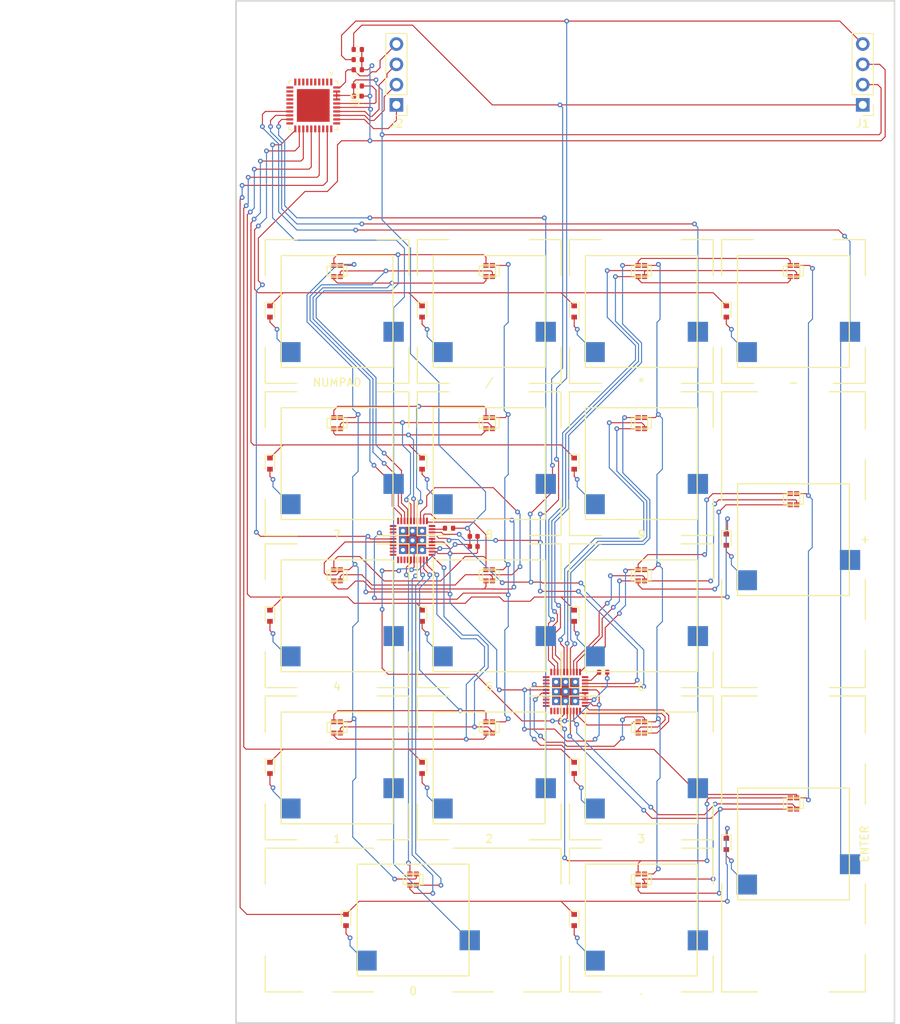
<source format=kicad_pcb>
(kicad_pcb (version 20211014) (generator pcbnew)
  (layers (0 "F.Cu" signal) (31 "B.Cu" signal) (34 "B.Paste" user) (35 "F.Paste" user) (36 "B.SilkS" user "B.Silkscreen") (37 "F.SilkS" user "F.Silkscreen") (38 "B.Mask" user) (39 "F.Mask" user) (44 "Edge.Cuts" user))
  (net 0 "")
  (net 1 "Net-(D18-Pad1)")
  (net 2 "Net-(D18-Pad2)")
  (net 3 "Net-(D19-Pad1)")
  (net 4 "Net-(D19-Pad2)")
  (net 5 "Net-(D20-Pad1)")
  (net 6 "Net-(D20-Pad2)")
  (net 7 "Net-(D21-Pad1)")
  (net 8 "Net-(D21-Pad2)")
  (net 9 "Net-(D22-Pad1)")
  (net 10 "Net-(D22-Pad2)")
  (net 11 "Net-(D23-Pad2)")
  (net 12 "Net-(D24-Pad2)")
  (net 13 "Net-(D25-Pad2)")
  (net 14 "Net-(D26-Pad2)")
  (net 15 "Net-(D27-Pad2)")
  (net 16 "Net-(D28-Pad2)")
  (net 17 "Net-(D29-Pad2)")
  (net 18 "Net-(D30-Pad2)")
  (net 19 "Net-(D31-Pad2)")
  (net 20 "Net-(D32-Pad2)")
  (net 21 "Net-(D33-Pad2)")
  (net 22 "Net-(D34-Pad2)")
  (net 27 "Net-(R1-Pad1)")
  (net 28 "Net-(C1-Pad1)")
  (net 29 "Net-(D2-Pad1)")
  (net 30 "Net-(D2-Pad2)")
  (net 31 "Net-(D2-Pad4)")
  (net 32 "Net-(D3-Pad1)")
  (net 37 "Net-(C1-Pad2)")
  (net 38 "Net-(D14-Pad2)")
  (net 41 "Net-(R2-Pad2)")
  (net 44 "Net-(D1-Pad4)")
  (net 45 "Net-(D1-Pad2)")
  (net 46 "Net-(D1-Pad1)")
  (net 47 "Net-(D11-Pad4)")
  (net 48 "Net-(D11-Pad2)")
  (net 49 "Net-(D11-Pad1)")
  (net 50 "Net-(D12-Pad4)")
  (net 51 "Net-(D12-Pad2)")
  (net 52 "Net-(D12-Pad1)")
  (net 54 "Net-(D3-Pad2)")
  (net 55 "Net-(J1-Pad1)")
  (net 56 "Net-(J1-Pad4)")
  (net 57 "Net-(D13-Pad4)")
  (net 58 "Net-(D13-Pad2)")
  (net 59 "Net-(D13-Pad1)")
  (net 60 "Net-(D14-Pad4)")
  (net 61 "Net-(D3-Pad4)")
  (net 62 "Net-(D14-Pad1)")
  (net 70 "Net-(D10-Pad3)")
  (net 71 "Net-(D1-Pad3)")
  (net 72 "Net-(D6-Pad3)")
  (net 73 "Net-(D15-Pad3)")
  (net 76 "Net-(D4-Pad1)")
  (net 77 "Net-(D4-Pad2)")
  (net 78 "Net-(D4-Pad4)")
  (net 79 "Net-(D5-Pad1)")
  (net 80 "Net-(D5-Pad2)")
  (net 81 "Net-(D5-Pad4)")
  (net 82 "Net-(D10-Pad1)")
  (net 83 "Net-(D10-Pad2)")
  (net 84 "Net-(D10-Pad4)")
  (net 86 "Net-(K_DOT1-Pad1)")
  (net 87 "Net-(K_EIGHT1-Pad1)")
  (net 88 "Net-(K_ENTER1-Pad1)")
  (net 89 "Net-(K_FOUR1-Pad1)")
  (net 91 "Net-(R3-Pad2)")
  (net 103 "Net-(J2-Pad1)")
  (net 104 "Net-(J2-Pad2)")
  (net 105 "Net-(J2-Pad3)")
  (net 106 "Net-(J2-Pad4)")
  (footprint "Footprints:D_SOD-523" (layer "F.Cu") (at 26.089 61.76 -90)
    (fp_text reference "D18" hide)
    (fp_text value "D" hide)
  )
  (footprint "Footprints:CherryMX_PlateMount_HotSwap_2u" (layer "F.Cu") (at 44.019 137.96)
    (fp_text reference "K_ZERO1" hide)
    (fp_text value "0")
  )
  (footprint "Footprints:19-237" (layer "F.Cu") (at 72.594 94.795)
    (fp_text reference "D12" hide)
    (fp_text value "LED_6")
  )
  (footprint "Footprints:R_0402_1005Metric" (layer "F.Cu") (at 37.084 30.226)
    (fp_text reference "R5" hide)
    (fp_text value "R 10 kOhm")
  )
  (footprint "Footprints:R_0402_1005Metric" (layer "F.Cu") (at 37.084 33.528 180)
    (fp_text reference "R1" hide)
    (fp_text value "R_39_kOhm")
  )
  (footprint "Footprints:QFN50P600X600X80-41N" (layer "F.Cu") (at 31.514 35.963 -90)
    (fp_text reference "U1")
    (fp_text value "MAX7301ATL+")
  )
  (footprint "Footprints:D_SOD-523" (layer "F.Cu") (at 45.139 99.86 -90)
    (fp_text reference "D25" hide)
    (fp_text value "D" hide)
  )
  (footprint "Footprints:R_0402_1005Metric" (layer "F.Cu") (at 67.818 106.934 180)
    (fp_text reference "R3" hide)
    (fp_text value "R")
  )
  (footprint "Footprints:CherryMX_PlateMount_HotSwap_1u" (layer "F.Cu") (at 53.544 118.91)
    (fp_text reference "K_TWO1" hide)
    (fp_text value "2")
  )
  (footprint "Footprints:CherryMX_PlateMount_HotSwap_1u" (layer "F.Cu") (at 72.594 137.96)
    (fp_text reference "K_DOT1" hide)
    (fp_text value ".")
  )
  (footprint "Footprints:19-237" (layer "F.Cu") (at 72.594 56.695)
    (fp_text reference "D10" hide)
    (fp_text value "LED_STAR")
  )
  (footprint "Footprints:19-237" (layer "F.Cu") (at 34.494 113.845)
    (fp_text reference "D4" hide)
    (fp_text value "LED_1")
  )
  (footprint "Footprints:CherryMX_PlateMount_HotSwap_1u" (layer "F.Cu") (at 53.544 61.76)
    (fp_text reference "K_SLASH1" hide)
    (fp_text value "/")
  )
  (footprint "Footprints:D_SOD-523" (layer "F.Cu") (at 26.089 80.81 -90)
    (fp_text reference "D19" hide)
    (fp_text value "D" hide)
  )
  (footprint "Footprints:D_SOD-523" (layer "F.Cu") (at 64.189 99.86 -90)
    (fp_text reference "D29" hide)
    (fp_text value "D" hide)
  )
  (footprint "Footprints:D_SOD-523" (layer "F.Cu") (at 64.189 61.76 -90)
    (fp_text reference "D27" hide)
    (fp_text value "D" hide)
  )
  (footprint "Footprints:19-237" (layer "F.Cu") (at 53.544 56.695)
    (fp_text reference "D6" hide)
    (fp_text value "LED_SLASH")
  )
  (footprint "Footprints:CherryMX_PlateMount_HotSwap_2u_90deg" (layer "F.Cu") (at 91.644 128.435 90)
    (fp_text reference "K_ENTER1" hide)
    (fp_text value "ENTER")
  )
  (footprint "Footprints:19-237" (layer "F.Cu") (at 34.494 94.795)
    (fp_text reference "D3" hide)
    (fp_text value "LED_4")
  )
  (footprint "Footprints:19-237" (layer "F.Cu") (at 72.594 113.845)
    (fp_text reference "D13" hide)
    (fp_text value "LED_3")
  )
  (footprint "Footprints:R_0402_1005Metric" (layer "F.Cu") (at 48.514 88.9 180)
    (fp_text reference "R2" hide)
    (fp_text value "R")
  )
  (footprint "Footprints:19-237" (layer "F.Cu") (at 53.544 75.745)
    (fp_text reference "D7" hide)
    (fp_text value "LED_8")
  )
  (footprint "Footprints:CherryMX_PlateMount_HotSwap_1u" (layer "F.Cu") (at 91.644 61.76)
    (fp_text reference "K_MINUS1" hide)
    (fp_text value "-")
  )
  (footprint "Footprints:D_SOD-523" (layer "F.Cu") (at 83.239 128.435 -90)
    (fp_text reference "D34" hide)
    (fp_text value "D" hide)
  )
  (footprint "Footprints:D_SOD-523" (layer "F.Cu") (at 83.239 90.335 -90)
    (fp_text reference "D33" hide)
    (fp_text value "D" hide)
  )
  (footprint "Footprints:19-237" (layer "F.Cu") (at 44.019 132.895)
    (fp_text reference "D5" hide)
    (fp_text value "LED_0")
  )
  (footprint "Connector_PinHeader_2.54mm:PinHeader_1x04_P2.54mm_Vertical" (layer "F.Cu") (at 100.32 35.894 180)
    (fp_text reference "J1")
    (fp_text value "Conn_01x04")
  )
  (footprint "Footprints:19-237" (layer "F.Cu") (at 91.644 123.37)
    (fp_text reference "D17" hide)
    (fp_text value "LED_ENTER")
  )
  (footprint "Footprints:19-237" (layer "F.Cu") (at 53.544 113.845)
    (fp_text reference "D9" hide)
    (fp_text value "LED_2")
  )
  (footprint "Footprints:D_SOD-523" (layer "F.Cu") (at 45.139 118.91 -90)
    (fp_text reference "D26" hide)
    (fp_text value "D" hide)
  )
  (footprint "Footprints:D_SOD-523" (layer "F.Cu") (at 35.614 137.96 -90)
    (fp_text reference "D22" hide)
    (fp_text value "D" hide)
  )
  (footprint "Footprints:CherryMX_PlateMount_HotSwap_2u_90deg" (layer "F.Cu") (at 91.644 90.335 90)
    (fp_text reference "K_PLUS1" hide)
    (fp_text value "+")
  )
  (footprint "Footprints:19-237" (layer "F.Cu") (at 34.494 75.745)
    (fp_text reference "De" hide)
    (fp_text value "LED_7")
  )
  (footprint "Footprints:CherryMX_PlateMount_HotSwap_1u" (layer "F.Cu") (at 72.594 118.91)
    (fp_text reference "K_THREE1" hide)
    (fp_text value "3")
  )
  (footprint "Footprints:CherryMX_PlateMount_HotSwap_1u" (layer "F.Cu") (at 34.494 80.81)
    (fp_text reference "K_SEVEN1" hide)
    (fp_text value "7")
  )
  (footprint "Footprints:D_SOD-523" (layer "F.Cu") (at 64.189 118.91 -90)
    (fp_text reference "D30" hide)
    (fp_text value "D" hide)
  )
  (footprint "Footprints:19-237" (layer "F.Cu") (at 72.594 132.895)
    (fp_text reference "D14" hide)
    (fp_text value "LED_DOT")
  )
  (footprint "Footprints:19-237" (layer "F.Cu") (at 91.644 56.695)
    (fp_text reference "D15" hide)
    (fp_text value "LED_MINUS")
  )
  (footprint "Footprints:19-237" (layer "F.Cu") (at 34.494 56.695)
    (fp_text reference "D1" hide)
    (fp_text value "LED_NUMPAD")
  )
  (footprint "Footprints:D_SOD-523" (layer "F.Cu") (at 26.089 118.91 -90)
    (fp_text reference "D21" hide)
    (fp_text value "D" hide)
  )
  (footprint "Footprints:D_SOD-523" (layer "F.Cu") (at 64.189 80.81 -90)
    (fp_text reference "D28" hide)
    (fp_text value "D" hide)
  )
  (footprint "Footprints:CherryMX_PlateMount_HotSwap_1u" (layer "F.Cu") (at 34.494 99.86)
    (fp_text reference "K_FOUR1" hide)
    (fp_text value "4")
  )
  (footprint "Footprints:D_SOD-523" (layer "F.Cu") (at 45.139 61.76 -90)
    (fp_text reference "D23" hide)
    (fp_text value "D" hide)
  )
  (footprint "Footprints:R_0402_1005Metric" (layer "F.Cu") (at 37.084 28.956)
    (fp_text reference "R4" hide)
    (fp_text value "R 10 kOhm")
  )
  (footprint "Footprints:R_0402_1005Metric" (layer "F.Cu") (at 37.084 31.496 180)
    (fp_text reference "R6" hide)
    (fp_text value "R 10 kOhm")
  )
  (footprint "Footprints:CherryMX_PlateMount_HotSwap_1u" (layer "F.Cu") (at 34.494 118.91)
    (fp_text reference "K_ONE1" hide)
    (fp_text value "1")
  )
  (footprint "Footprints:19-237" (layer "F.Cu") (at 53.544 94.795)
    (fp_text reference "D8" hide)
    (fp_text value "LED_5")
  )
  (footprint "Footprints:C_0402_1005Metric" (layer "F.Cu") (at 37.084 34.798)
    (fp_text reference "C5" hide)
    (fp_text value "C_47nF")
  )
  (footprint "Footprints:19-237" (layer "F.Cu") (at 91.644 85.27)
    (fp_text reference "D16" hide)
    (fp_text value "LED_PLUS")
  )
  (footprint "Footprints:D_SOD-523" (layer "F.Cu") (at 83.239 61.76 -90)
    (fp_text reference "D32" hide)
    (fp_text value "D" hide)
  )
  (footprint "Footprints:D_SOD-523" (layer "F.Cu") (at 26.089 99.86 -90)
    (fp_text reference "D20" hide)
    (fp_text value "D" hide)
  )
  (footprint "Footprints:CherryMX_PlateMount_HotSwap_1u" (layer "F.Cu") (at 53.544 99.86)
    (fp_text reference "K_FIVE1" hide)
    (fp_text value "5")
  )
  (footprint "Footprints:QFN-40-1EP_5x5mm_P0.4mm_EP3.4x3.4mm" (layer "F.Cu") (at 43.942 90.424)
    (fp_text reference "U2" hide)
    (fp_text value "IS31FL3743-QF")
  )
  (footprint "Footprints:QFN-40-1EP_5x5mm_P0.4mm_EP3.4x3.4mm" (layer "F.Cu") (at 63.119 109.347)
    (fp_text reference "U3" hide)
    (fp_text value "IS31FL3743-QF")
  )
  (footprint "Footprints:CherryMX_PlateMount_HotSwap_1u" (layer "F.Cu") (at 72.594 99.86)
    (fp_text reference "K_SIX1" hide)
    (fp_text value "6")
  )
  (footprint "Footprints:C_0402_1005Metric" (layer "F.Cu") (at 51.600328 91.186 180)
    (fp_text reference "C1" hide)
    (fp_text value "C 1uF")
  )
  (footprint "Footprints:CherryMX_PlateMount_HotSwap_1u" (layer "F.Cu") (at 72.594 61.76)
    (fp_text reference "K_STAR1" hide)
    (fp_text value "*")
  )
  (footprint "Footprints:CherryMX_PlateMount_HotSwap_1u" (layer "F.Cu") (at 53.544 80.81)
    (fp_text reference "K_EIGHT1" hide)
    (fp_text value "8")
  )
  (footprint "Connector_PinHeader_2.54mm:PinHeader_1x04_P2.54mm_Vertical" (layer "F.Cu") (at 41.926 35.894 180)
    (fp_text reference "J2")
    (fp_text value "Conn_01x04")
  )
  (footprint "Footprints:19-237" (layer "F.Cu") (at 72.594 75.745)
    (fp_text reference "D11" hide)
    (fp_text value "LED9")
  )
  (footprint "Footprints:C_0402_1005Metric" (layer "F.Cu") (at 51.600328 89.916 180)
    (fp_text reference "C2" hide)
    (fp_text value "C_100nF")
  )
  (footprint "Footprints:CherryMX_PlateMount_HotSwap_1u" (layer "F.Cu") (at 34.494 61.76)
    (fp_text reference "K_NUMPAD1" hide)
    (fp_text value "NUMPAD")
  )
  (footprint "Footprints:D_SOD-523" (layer "F.Cu") (at 64.189 137.96 -90)
    (fp_text reference "D31" hide)
    (fp_text value "D" hide)
  )
  (footprint "Footprints:CherryMX_PlateMount_HotSwap_1u" (layer "F.Cu") (at 72.594 80.81)
    (fp_text reference "K_NINE1" hide)
    (fp_text value "9")
  )
  (footprint "Footprints:D_SOD-523" (layer "F.Cu") (at 45.139 80.81 -90)
    (fp_text reference "D24" hide)
    (fp_text value "D" hide)
  )
  (gr_line (start 104.294 22.86) (end 21.844 22.86) (layer "Edge.Cuts") (width 0.2))
  (gr_line (start 21.844 150.86) (end 104.294 150.86) (layer "Edge.Cuts") (width 0.2))
  (gr_line (start 104.294 150.86) (end 104.294 22.86) (layer "Edge.Cuts") (width 0.2))
  (gr_line (start 21.844 22.86) (end 21.844 150.86) (layer "Edge.Cuts") (width 0.2))
  (segment (start 27.733521 59.415479) (end 24.617479 59.415479) (width 0.127) (layer "F.Cu") (net 1))
  (segment (start 25.654 41.656) (end 29.21 41.656) (width 0.127) (layer "F.Cu") (net 1))
  (segment (start 26.089 61.06) (end 27.733521 59.415479) (width 0.127) (layer "F.Cu") (net 1))
  (segment (start 24.16608 58.96408) (end 24.16608 51.52592) (width 0.127) (layer "F.Cu") (net 1))
  (segment (start 43.494479 59.415479) (end 62.544479 59.415479) (width 0.127) (layer "F.Cu") (net 1))
  (segment (start 43.494479 59.415479) (end 45.139 61.06) (width 0.127) (layer "F.Cu") (net 1))
  (segment (start 29.764 41.102) (end 29.764 38.898) (width 0.127) (layer "F.Cu") (net 1))
  (segment (start 62.544479 59.415479) (end 64.189 61.06) (width 0.127) (layer "F.Cu") (net 1))
  (segment (start 24.617479 59.415479) (end 24.16608 58.96408) (width 0.127) (layer "F.Cu") (net 1))
  (segment (start 29.21 41.656) (end 29.764 41.102) (width 0.127) (layer "F.Cu") (net 1))
  (segment (start 24.16608 51.52592) (end 24.638 51.054) (width 0.127) (layer "F.Cu") (net 1))
  (segment (start 27.733521 59.415479) (end 43.494479 59.415479) (width 0.127) (layer "F.Cu") (net 1))
  (segment (start 62.544479 59.415479) (end 81.594479 59.415479) (width 0.127) (layer "F.Cu") (net 1))
  (segment (start 81.594479 59.415479) (end 83.239 61.06) (width 0.127) (layer "F.Cu") (net 1))
  (via (at 25.654 41.656) (size 0.6) (drill 0.3) (layers "F.Cu" "B.Cu") (net 1))
  (via (at 24.638 51.054) (size 0.6) (drill 0.3) (layers "F.Cu" "B.Cu") (net 1))
  (segment (start 24.638 51.054) (end 25.654 50.038) (width 0.127) (layer "B.Cu") (net 1))
  (segment (start 25.654 50.038) (end 25.654 41.656) (width 0.127) (layer "B.Cu") (net 1))
  (segment (start 26.089 62.46) (end 26.089 63.107) (width 0.127) (layer "F.Cu") (net 2))
  (segment (start 26.089 63.107) (end 26.974 63.992) (width 0.127) (layer "F.Cu") (net 2))
  (via (at 26.974 63.992) (size 0.6) (drill 0.3) (layers "F.Cu" "B.Cu") (net 2))
  (segment (start 26.974 65.172) (end 26.974 63.992) (width 0.127) (layer "B.Cu") (net 2))
  (segment (start 28.647 66.845) (end 26.974 65.172) (width 0.127) (layer "B.Cu") (net 2))
  (segment (start 23.71256 78.14144) (end 23.71256 50.70944) (width 0.127) (layer "F.Cu") (net 3))
  (segment (start 29.972 42.926) (end 30.264 42.634) (width 0.127) (layer "F.Cu") (net 3))
  (segment (start 27.733521 78.465479) (end 27.713 78.486) (width 0.127) (layer "F.Cu") (net 3))
  (segment (start 43.494479 78.465479) (end 45.139 80.11) (width 0.127) (layer "F.Cu") (net 3))
  (segment (start 30.264 42.634) (end 30.264 38.898) (width 0.127) (layer "F.Cu") (net 3))
  (segment (start 27.713 78.486) (end 24.05712 78.486) (width 0.127) (layer "F.Cu") (net 3))
  (segment (start 26.089 80.11) (end 27.733521 78.465479) (width 0.127) (layer "F.Cu") (net 3))
  (segment (start 27.733521 78.465479) (end 43.479479 78.465479) (width 0.127) (layer "F.Cu") (net 3))
  (segment (start 43.479479 78.465479) (end 62.544479 78.465479) (width 0.127) (layer "F.Cu") (net 3))
  (segment (start 43.479479 78.465479) (end 43.494479 78.465479) (width 0.127) (layer "F.Cu") (net 3))
  (segment (start 24.05712 78.486) (end 23.71256 78.14144) (width 0.127) (layer "F.Cu") (net 3))
  (segment (start 23.71256 50.70944) (end 24.102475 50.197889) (width 0.127) (layer "F.Cu") (net 3))
  (segment (start 24.892 42.926) (end 29.972 42.926) (width 0.127) (layer "F.Cu") (net 3))
  (segment (start 62.544479 78.465479) (end 64.189 80.11) (width 0.127) (layer "F.Cu") (net 3))
  (via (at 24.102475 50.197889) (size 0.6) (drill 0.3) (layers "F.Cu" "B.Cu") (net 3))
  (via (at 24.892 42.926) (size 0.6) (drill 0.3) (layers "F.Cu" "B.Cu") (net 3))
  (segment (start 24.102475 50.197889) (end 24.892 49.408364) (width 0.127) (layer "B.Cu") (net 3))
  (segment (start 24.892 49.408364) (end 24.892 42.926) (width 0.127) (layer "B.Cu") (net 3))
  (segment (start 26.089 82.411) (end 26.466 82.788) (width 0.127) (layer "F.Cu") (net 4))
  (segment (start 26.089 81.51) (end 26.089 82.411) (width 0.127) (layer "F.Cu") (net 4))
  (via (at 26.466 82.788) (size 0.6) (drill 0.3) (layers "F.Cu" "B.Cu") (net 4))
  (segment (start 26.466 83.714) (end 26.466 82.788) (width 0.127) (layer "B.Cu") (net 4))
  (segment (start 28.647 85.895) (end 26.466 83.714) (width 0.127) (layer "B.Cu") (net 4))
  (segment (start 36.617042 98.298) (end 44.45 98.298) (width 0.127) (layer "F.Cu") (net 5))
  (segment (start 24.13 43.942) (end 30.988 43.942) (width 0.127) (layer "F.Cu") (net 5))
  (segment (start 62.544479 97.515479) (end 64.189 99.16) (width 0.127) (layer "F.Cu") (net 5))
  (segment (start 26.089 99.16) (end 27.733521 97.515479) (width 0.127) (layer "F.Cu") (net 5))
  (segment (start 54.843479 97.515479) (end 55.372 98.044) (width 0.127) (layer "F.Cu") (net 5))
  (segment (start 50.546 98.298) (end 51.328521 97.515479) (width 0.127) (layer "F.Cu") (net 5))
  (segment (start 31.264 43.666) (end 31.264 38.898) (width 0.127) (layer "F.Cu") (net 5))
  (segment (start 55.372 98.044) (end 58.674 98.044) (width 0.127) (layer "F.Cu") (net 5))
  (segment (start 23.25904 97.13696) (end 23.25904 49.63896) (width 0.127) (layer "F.Cu") (net 5))
  (segment (start 83.362 97.52) (end 83.357479 97.515479) (width 0.127) (layer "F.Cu") (net 5))
  (segment (start 23.25904 49.63896) (end 23.626452 49.305347) (width 0.127) (layer "F.Cu") (net 5))
  (segment (start 44.45 98.298) (end 45.139 98.987) (width 0.127) (layer "F.Cu") (net 5))
  (segment (start 27.733521 97.515479) (end 35.834521 97.515479) (width 0.127) (layer "F.Cu") (net 5))
  (segment (start 30.988 43.942) (end 31.264 43.666) (width 0.127) (layer "F.Cu") (net 5))
  (segment (start 59.202521 97.515479) (end 62.544479 97.515479) (width 0.127) (layer "F.Cu") (net 5))
  (segment (start 44.45 98.298) (end 50.546 98.298) (width 0.127) (layer "F.Cu") (net 5))
  (segment (start 27.733521 97.515479) (end 23.637559 97.515479) (width 0.127) (layer "F.Cu") (net 5))
  (segment (start 58.674 98.044) (end 59.202521 97.515479) (width 0.127) (layer "F.Cu") (net 5))
  (segment (start 83.385903 87.707316) (end 83.385903 89.488097) (width 0.127) (layer "F.Cu") (net 5))
  (segment (start 36.617042 98.298) (end 35.834521 97.515479) (width 0.127) (layer "F.Cu") (net 5))
  (segment (start 23.637559 97.515479) (end 23.25904 97.13696) (width 0.127) (layer "F.Cu") (net 5))
  (segment (start 51.328521 97.515479) (end 54.843479 97.515479) (width 0.127) (layer "F.Cu") (net 5))
  (segment (start 62.544479 97.515479) (end 83.357479 97.515479) (width 0.127) (layer "F.Cu") (net 5))
  (via (at 83.385903 87.707316) (size 0.6) (drill 0.3) (layers "F.Cu" "B.Cu") (net 5))
  (via (at 24.13 43.942) (size 0.6) (drill 0.3) (layers "F.Cu" "B.Cu") (net 5))
  (via (at 23.626452 49.305347) (size 0.6) (drill 0.3) (layers "F.Cu" "B.Cu") (net 5))
  (via (at 83.362 97.52) (size 0.6) (drill 0.3) (layers "F.Cu" "B.Cu") (net 5))
  (segment (start 83.216489 97.374489) (end 83.216489 88.013511) (width 0.127) (layer "B.Cu") (net 5))
  (segment (start 83.362 97.52) (end 83.216489 97.374489) (width 0.127) (layer "B.Cu") (net 5))
  (segment (start 23.626452 49.305347) (end 24.13 48.801799) (width 0.127) (layer "B.Cu") (net 5))
  (segment (start 24.13 48.801799) (end 24.13 43.942) (width 0.127) (layer "B.Cu") (net 5))
  (segment (start 83.216489 88.013511) (end 83.385903 87.707316) (width 0.127) (layer "B.Cu") (net 5))
  (segment (start 26.089 100.56) (end 26.089 101.715) (width 0.127) (layer "F.Cu") (net 6))
  (segment (start 26.089 101.715) (end 26.466 102.092) (width 0.127) (layer "F.Cu") (net 6))
  (via (at 26.466 102.092) (size 0.6) (drill 0.3) (layers "F.Cu" "B.Cu") (net 6))
  (segment (start 26.466 103.108) (end 26.466 102.092) (width 0.127) (layer "B.Cu") (net 6))
  (segment (start 28.303 104.945) (end 26.466 103.108) (width 0.127) (layer "B.Cu") (net 6))
  (segment (start 27.733521 116.565479) (end 23.093479 116.565479) (width 0.127) (layer "F.Cu") (net 7))
  (segment (start 62.544479 116.565479) (end 64.189 118.21) (width 0.127) (layer "F.Cu") (net 7))
  (segment (start 22.80552 48.82248) (end 23.114 48.514) (width 0.127) (layer "F.Cu") (net 7))
  (segment (start 26.089 118.21) (end 27.733521 116.565479) (width 0.127) (layer "F.Cu") (net 7))
  (segment (start 32.004 44.958) (end 32.264 44.698) (width 0.127) (layer "F.Cu") (net 7))
  (segment (start 22.80552 116.27752) (end 22.80552 48.82248) (width 0.127) (layer "F.Cu") (net 7))
  (segment (start 32.264 44.698) (end 32.264 38.898) (width 0.127) (layer "F.Cu") (net 7))
  (segment (start 43.494479 116.565479) (end 62.544479 116.565479) (width 0.127) (layer "F.Cu") (net 7))
  (segment (start 23.093479 116.565479) (end 22.80552 116.27752) (width 0.127) (layer "F.Cu") (net 7))
  (segment (start 43.494479 116.565479) (end 45.139 118.21) (width 0.127) (layer "F.Cu") (net 7))
  (segment (start 27.733521 116.565479) (end 43.494479 116.565479) (width 0.127) (layer "F.Cu") (net 7))
  (segment (start 23.368 44.958) (end 32.004 44.958) (width 0.127) (layer "F.Cu") (net 7))
  (via (at 23.114 48.514) (size 0.6) (drill 0.3) (layers "F.Cu" "B.Cu") (net 7))
  (via (at 23.368 44.958) (size 0.6) (drill 0.3) (layers "F.Cu" "B.Cu") (net 7))
  (segment (start 23.368 48.26) (end 23.368 44.958) (width 0.127) (layer "B.Cu") (net 7))
  (segment (start 23.114 48.514) (end 23.368 48.26) (width 0.127) (layer "B.Cu") (net 7))
  (segment (start 26.089 121.019) (end 26.466 121.396) (width 0.127) (layer "F.Cu") (net 8))
  (segment (start 26.089 119.61) (end 26.089 121.019) (width 0.127) (layer "F.Cu") (net 8))
  (via (at 26.466 121.396) (size 0.6) (drill 0.3) (layers "F.Cu" "B.Cu") (net 8))
  (segment (start 26.466 121.814) (end 26.466 121.396) (width 0.127) (layer "B.Cu") (net 8))
  (segment (start 28.647 123.995) (end 26.466 121.814) (width 0.127) (layer "B.Cu") (net 8))
  (segment (start 22.606 45.974) (end 32.766 45.974) (width 0.127) (layer "F.Cu") (net 9))
  (segment (start 22.352 136.398) (end 22.352 47.752) (width 0.127) (layer "F.Cu") (net 9))
  (segment (start 23.214 137.26) (end 22.352 136.398) (width 0.127) (layer "F.Cu") (net 9))
  (segment (start 35.614 137.26) (end 23.214 137.26) (width 0.127) (layer "F.Cu") (net 9))
  (segment (start 83.362 126.476) (end 83.362 127.612) (width 0.127) (layer "F.Cu") (net 9))
  (segment (start 33.274 45.466) (end 33.274 38.908) (width 0.127) (layer "F.Cu") (net 9))
  (segment (start 62.539479 135.610479) (end 64.189 137.26) (width 0.127) (layer "F.Cu") (net 9))
  (segment (start 37.263521 135.610479) (end 62.539479 135.610479) (width 0.127) (layer "F.Cu") (net 9))
  (segment (start 35.614 137.26) (end 37.263521 135.610479) (width 0.127) (layer "F.Cu") (net 9))
  (segment (start 22.352 47.752) (end 22.606 47.498) (width 0.127) (layer "F.Cu") (net 9))
  (segment (start 62.539479 135.610479) (end 83.352479 135.610479) (width 0.127) (layer "F.Cu") (net 9))
  (segment (start 83.352479 135.610479) (end 83.362 135.62) (width 0.127) (layer "F.Cu") (net 9))
  (segment (start 32.766 45.974) (end 33.274 45.466) (width 0.127) (layer "F.Cu") (net 9))
  (via (at 22.606 47.498) (size 0.6) (drill 0.3) (layers "F.Cu" "B.Cu") (net 9))
  (via (at 83.362 126.476) (size 0.6) (drill 0.3) (layers "F.Cu" "B.Cu") (net 9))
  (via (at 22.606 45.974) (size 0.6) (drill 0.3) (layers "F.Cu" "B.Cu") (net 9))
  (via (at 83.362 135.62) (size 0.6) (drill 0.3) (layers "F.Cu" "B.Cu") (net 9))
  (segment (start 83.362 126.476) (end 83.216489 126.621511) (width 0.127) (layer "B.Cu") (net 9))
  (segment (start 83.216489 130.902489) (end 83.216489 126.621511) (width 0.127) (layer "B.Cu") (net 9))
  (segment (start 83.362 135.62) (end 83.362 131.048) (width 0.127) (layer "B.Cu") (net 9))
  (segment (start 22.606 47.498) (end 22.606 45.974) (width 0.127) (layer "B.Cu") (net 9))
  (segment (start 83.362 131.048) (end 83.216489 130.902489) (width 0.127) (layer "B.Cu") (net 9))
  (segment (start 35.614 139.688) (end 36.118 140.192) (width 0.127) (layer "F.Cu") (net 10))
  (segment (start 35.614 138.66) (end 35.614 139.688) (width 0.127) (layer "F.Cu") (net 10))
  (via (at 36.118 140.192) (size 0.6) (drill 0.3) (layers "F.Cu" "B.Cu") (net 10))
  (segment (start 37.95 143.04) (end 36.118 141.208) (width 0.127) (layer "B.Cu") (net 10))
  (segment (start 36.118 141.208) (end 36.118 140.192) (width 0.127) (layer "B.Cu") (net 10))
  (segment (start 45.139 62.46) (end 45.139 63.361) (width 0.127) (layer "F.Cu") (net 11))
  (segment (start 45.139 63.361) (end 45.77 63.992) (width 0.127) (layer "F.Cu") (net 11))
  (via (at 45.77 63.992) (size 0.6) (drill 0.3) (layers "F.Cu" "B.Cu") (net 11))
  (segment (start 45.77 64.918) (end 45.77 63.992) (width 0.127) (layer "B.Cu") (net 11))
  (segment (start 47.697 66.845) (end 45.77 64.918) (width 0.127) (layer "B.Cu") (net 11))
  (segment (start 45.139 82.157) (end 45.77 82.788) (width 0.127) (layer "F.Cu") (net 12))
  (segment (start 45.139 81.51) (end 45.139 82.157) (width 0.127) (layer "F.Cu") (net 12))
  (via (at 45.77 82.788) (size 0.6) (drill 0.3) (layers "F.Cu" "B.Cu") (net 12))
  (segment (start 47.697 85.895) (end 45.77 83.968) (width 0.127) (layer "B.Cu") (net 12))
  (segment (start 45.77 83.968) (end 45.77 82.788) (width 0.127) (layer "B.Cu") (net 12))
  (segment (start 45.139 101.461) (end 45.77 102.092) (width 0.127) (layer "F.Cu") (net 13))
  (segment (start 45.139 100.56) (end 45.139 101.461) (width 0.127) (layer "F.Cu") (net 13))
  (via (at 45.77 102.092) (size 0.6) (drill 0.3) (layers "F.Cu" "B.Cu") (net 13))
  (segment (start 45.77 103.018) (end 45.77 102.092) (width 0.127) (layer "B.Cu") (net 13))
  (segment (start 47.697 104.945) (end 45.77 103.018) (width 0.127) (layer "B.Cu") (net 13))
  (segment (start 45.139 119.61) (end 45.139 120.765) (width 0.127) (layer "F.Cu") (net 14))
  (segment (start 45.139 120.765) (end 45.77 121.396) (width 0.127) (layer "F.Cu") (net 14))
  (via (at 45.77 121.396) (size 0.6) (drill 0.3) (layers "F.Cu" "B.Cu") (net 14))
  (segment (start 47.353 123.995) (end 45.77 122.412) (width 0.127) (layer "B.Cu") (net 14))
  (segment (start 45.77 122.412) (end 45.77 121.396) (width 0.127) (layer "B.Cu") (net 14))
  (segment (start 64.189 62.46) (end 64.189 63.615) (width 0.127) (layer "F.Cu") (net 15))
  (segment (start 64.189 63.615) (end 64.566 63.992) (width 0.127) (layer "F.Cu") (net 15))
  (via (at 64.566 63.992) (size 0.6) (drill 0.3) (layers "F.Cu" "B.Cu") (net 15))
  (segment (start 66.747 66.845) (end 64.566 64.664) (width 0.127) (layer "B.Cu") (net 15))
  (segment (start 64.566 64.664) (end 64.566 63.992) (width 0.127) (layer "B.Cu") (net 15))
  (segment (start 64.189 82.411) (end 64.566 82.788) (width 0.127) (layer "F.Cu") (net 16))
  (segment (start 64.189 81.51) (end 64.189 82.411) (width 0.127) (layer "F.Cu") (net 16))
  (via (at 64.566 82.788) (size 0.6) (drill 0.3) (layers "F.Cu" "B.Cu") (net 16))
  (segment (start 66.747 85.895) (end 64.566 83.714) (width 0.127) (layer "B.Cu") (net 16))
  (segment (start 64.566 83.714) (end 64.566 82.788) (width 0.127) (layer "B.Cu") (net 16))
  (segment (start 64.189 101.715) (end 64.566 102.092) (width 0.127) (layer "F.Cu") (net 17))
  (segment (start 64.189 100.56) (end 64.189 101.715) (width 0.127) (layer "F.Cu") (net 17))
  (via (at 64.566 102.092) (size 0.6) (drill 0.3) (layers "F.Cu" "B.Cu") (net 17))
  (segment (start 64.566 102.764) (end 64.566 102.092) (width 0.127) (layer "B.Cu") (net 17))
  (segment (start 66.747 104.945) (end 64.566 102.764) (width 0.127) (layer "B.Cu") (net 17))
  (segment (start 64.189 119.61) (end 64.189 120.511) (width 0.127) (layer "F.Cu") (net 18))
  (segment (start 64.189 120.511) (end 65.074 121.396) (width 0.127) (layer "F.Cu") (net 18))
  (via (at 65.074 121.396) (size 0.6) (drill 0.3) (layers "F.Cu" "B.Cu") (net 18))
  (segment (start 65.074 122.92) (end 65.074 121.396) (width 0.127) (layer "B.Cu") (net 18))
  (segment (start 66.149 123.995) (end 65.074 122.92) (width 0.127) (layer "B.Cu") (net 18))
  (segment (start 64.189 138.66) (end 64.189 139.815) (width 0.127) (layer "F.Cu") (net 19))
  (segment (start 64.189 139.815) (end 64.566 140.192) (width 0.127) (layer "F.Cu") (net 19))
  (via (at 64.566 140.192) (size 0.6) (drill 0.3) (layers "F.Cu" "B.Cu") (net 19))
  (segment (start 66.747 143.045) (end 64.566 140.864) (width 0.127) (layer "B.Cu") (net 19))
  (segment (start 64.566 140.864) (end 64.566 140.192) (width 0.127) (layer "B.Cu") (net 19))
  (segment (start 83.239 62.46) (end 83.239 63.361) (width 0.127) (layer "F.Cu") (net 20))
  (segment (start 83.239 63.361) (end 83.87 63.992) (width 0.127) (layer "F.Cu") (net 20))
  (via (at 83.87 63.992) (size 0.6) (drill 0.3) (layers "F.Cu" "B.Cu") (net 20))
  (segment (start 85.797 66.845) (end 83.87 64.918) (width 0.127) (layer "B.Cu") (net 20))
  (segment (start 83.87 64.918) (end 83.87 63.992) (width 0.127) (layer "B.Cu") (net 20))
  (segment (start 83.239 91.809) (end 83.87 92.44) (width 0.127) (layer "F.Cu") (net 21))
  (segment (start 83.239 91.035) (end 83.239 91.809) (width 0.127) (layer "F.Cu") (net 21))
  (via (at 83.87 92.44) (size 0.6) (drill 0.3) (layers "F.Cu" "B.Cu") (net 21))
  (segment (start 83.87 93.483) (end 83.87 92.44) (width 0.127) (layer "B.Cu") (net 21))
  (segment (start 85.802 95.415) (end 83.87 93.483) (width 0.127) (layer "B.Cu") (net 21))
  (segment (start 83.239 129.135) (end 83.239 129.909) (width 0.127) (layer "F.Cu") (net 22))
  (segment (start 83.239 129.909) (end 83.87 130.54) (width 0.127) (layer "F.Cu") (net 22))
  (via (at 83.87 130.54) (size 0.6) (drill 0.3) (layers "F.Cu" "B.Cu") (net 22))
  (segment (start 85.802 133.488) (end 83.87 131.556) (width 0.127) (layer "B.Cu") (net 22))
  (segment (start 83.87 131.556) (end 83.87 130.54) (width 0.127) (layer "B.Cu") (net 22))
  (segment (start 37.594 33.528) (end 38.862 33.528) (width 0.127) (layer "F.Cu") (net 27))
  (segment (start 38.862 33.528) (end 39.37 34.036) (width 0.127) (layer "F.Cu") (net 27))
  (segment (start 39.217 35.713) (end 34.449 35.713) (width 0.127) (layer "F.Cu") (net 27))
  (segment (start 39.37 35.56) (end 39.217 35.713) (width 0.127) (layer "F.Cu") (net 27))
  (segment (start 39.37 34.036) (end 39.37 35.56) (width 0.127) (layer "F.Cu") (net 27))
  (segment (start 38.68148 90.24348) (end 41.48502 90.24348) (width 0.127) (layer "F.Cu") (net 28))
  (segment (start 52.080328 91.937672) (end 52.080328 91.186) (width 0.127) (layer "F.Cu") (net 28))
  (segment (start 46.3795 91.024) (end 46.3795 90.624) (width 0.127) (layer "F.Cu") (net 28))
  (segment (start 30.48 46.736) (end 33.274 46.736) (width 0.127) (layer "F.Cu") (net 28))
  (segment (start 48.641 97.155) (end 48.37052 96.88452) (width 0.127) (layer "F.Cu") (net 28))
  (segment (start 38.354 89.916) (end 24.892 89.916) (width 0.127) (layer "F.Cu") (net 28))
  (segment (start 66.983 109.147) (end 67.31 109.474) (width 0.127) (layer "F.Cu") (net 28))
  (segment (start 35.052 40.386) (end 38.608 40.386) (width 0.127) (layer "F.Cu") (net 28))
  (segment (start 102.616 40.386) (end 103.124 39.878) (width 0.127) (layer "F.Cu") (net 28))
  (segment (start 61.722 114.046) (end 57.95243 114.057618) (width 0.127) (layer "F.Cu") (net 28))
  (segment (start 57.985 109.147) (end 54.81 109.147) (width 0.127) (layer "F.Cu") (net 28))
  (segment (start 37.594 31.496) (end 37.594 30.226) (width 0.127) (layer "F.Cu") (net 28))
  (segment (start 37.564 34.798) (end 38.612045 34.788894) (width 0.127) (layer "F.Cu") (net 28))
  (segment (start 66.565989 115.552011) (end 63.228011 115.552011) (width 0.127) (layer "F.Cu") (net 28))
  (segment (start 103.124 31.496) (end 102.442 30.814) (width 0.127) (layer "F.Cu") (net 28))
  (segment (start 48.641 92.075) (end 48.641 91.44) (width 0.127) (layer "F.Cu") (net 28))
  (segment (start 34.449 36.213) (end 38.499 36.213) (width 0.127) (layer "F.Cu") (net 28))
  (segment (start 66.802 115.316) (end 66.565989 115.552011) (width 0.127) (layer "F.Cu") (net 28))
  (segment (start 34.544 45.466) (end 33.274 46.736) (width 0.127) (layer "F.Cu") (net 28))
  (segment (start 24.638 57.912) (end 24.638 52.578) (width 0.127) (layer "F.Cu") (net 28))
  (segment (start 46.3795 91.824) (end 46.882414 91.824) (width 0.127) (layer "F.Cu") (net 28))
  (segment (start 103.124 39.878) (end 103.124 31.496) (width 0.127) (layer "F.Cu") (net 28))
  (segment (start 38.499 36.213) (end 38.701299 36.445054) (width 0.127) (layer "F.Cu") (net 28))
  (segment (start 51.95852 92.05948) (end 52.080328 91.937672) (width 0.127) (layer "F.Cu") (net 28))
  (segment (start 37.592 28.956) (end 37.592 30.224) (width 0.127) (layer "F.Cu") (net 28))
  (segment (start 38.354 89.916) (end 38.68148 90.24348) (width 0.127) (layer "F.Cu") (net 28))
  (segment (start 47.133414 92.075) (end 48.641 92.075) (width 0.127) (layer "F.Cu") (net 28))
  (segment (start 25.146 58.42) (end 24.638 57.912) (width 0.127) (layer "F.Cu") (net 28))
  (segment (start 63.228011 115.552011) (end 61.722 114.046) (width 0.127) (layer "F.Cu") (net 28))
  (segment (start 52.080328 91.186) (end 52.080328 89.916) (width 0.127) (layer "F.Cu") (net 28))
  (segment (start 48.37052 96.88452) (end 38.1 96.88452) (width 0.127) (layer "F.Cu") (net 28))
  (segment (start 65.5565 109.147) (end 66.983 109.147) (width 0.127) (layer "F.Cu") (net 28))
  (segment (start 46.3795 90.624) (end 46.3795 90.224) (width 0.127) (layer "F.Cu") (net 28))
  (segment (start 65.5565 110.747) (end 66.17 110.747) (width 0.127) (layer "F.Cu") (net 28))
  (segment (start 34.544 40.894) (end 34.544 45.466) (width 0.127) (layer "F.Cu") (net 28))
  (segment (start 38.354 31.496) (end 38.862 30.988) (width 0.127) (layer "F.Cu") (net 28))
  (segment (start 24.892 89.916) (end 24.384 89.408) (width 0.127) (layer "F.Cu") (net 28))
  (segment (start 60.6815 109.147) (end 57.985 109.147) (width 0.127) (layer "F.Cu") (net 28))
  (segment (start 66.548 111.125) (end 67.31 111.125) (width 0.127) (layer "F.Cu") (net 28))
  (segment (start 48.641 91.44) (end 47.825 90.624) (width 0.127) (layer "F.Cu") (net 28))
  (segment (start 48.65652 92.05948) (end 51.95852 92.05948) (width 0.127) (layer "F.Cu") (net 28))
  (segment (start 67.31 111.125) (end 67.31 110.998) (width 0.127) (layer "F.Cu") (net 28))
  (segment (start 66.17 110.747) (end 66.548 111.125) (width 0.127) (layer "F.Cu") (net 28))
  (segment (start 38.608 40.386) (end 102.616 40.386) (width 0.127) (layer "F.Cu") (net 28))
  (segment (start 48.641 92.075) (end 48.65652 92.05948) (width 0.127) (layer "F.Cu") (net 28))
  (segment (start 47.825 90.624) (end 46.3795 90.624) (width 0.127) (layer "F.Cu") (net 28))
  (segment (start 102.442 30.814) (end 100.32 30.814) (width 0.127) (layer "F.Cu") (net 28))
  (segment (start 24.638 52.578) (end 30.48 46.736) (width 0.127) (layer "F.Cu") (net 28))
  (segment (start 46.882414 91.824) (end 47.133414 92.075) (width 0.127) (layer "F.Cu") (net 28))
  (segment (start 37.594 31.496) (end 38.354 31.496) (width 0.127) (layer "F.Cu") (net 28))
  (segment (start 34.544 40.894) (end 35.052 40.386) (width 0.127) (layer "F.Cu") (net 28))
  (segment (start 67.31 109.474) (end 67.31 110.998) (width 0.127) (layer "F.Cu") (net 28))
  (via (at 67.31 110.998) (size 0.6) (drill 0.3) (layers "F.Cu" "B.Cu") (net 28))
  (via (at 66.802 115.316) (size 0.6) (drill 0.3) (layers "F.Cu" "B.Cu") (net 28))
  (via (at 57.985 109.147) (size 0.6) (drill 0.3) (layers "F.Cu" "B.Cu") (net 28))
  (via (at 38.862 30.988) (size 0.6) (drill 0.3) (layers "F.Cu" "B.Cu") (net 28))
  (via (at 57.95243 114.057618) (size 0.6) (drill 0.3) (layers "F.Cu" "B.Cu") (net 28))
  (via (at 38.608 40.386) (size 0.6) (drill 0.3) (layers "F.Cu" "B.Cu") (net 28))
  (via (at 24.384 89.408) (size 0.6) (drill 0.3) (layers "F.Cu" "B.Cu") (net 28))
  (via (at 38.701299 36.445054) (size 0.6) (drill 0.3) (layers "F.Cu" "B.Cu") (net 28))
  (via (at 25.146 58.42) (size 0.6) (drill 0.3) (layers "F.Cu" "B.Cu") (net 28))
  (via (at 48.641 92.075) (size 0.6) (drill 0.3) (layers "F.Cu" "B.Cu") (net 28))
  (via (at 54.81 109.147) (size 0.6) (drill 0.3) (layers "F.Cu" "B.Cu") (net 28))
  (via (at 38.612045 34.788894) (size 0.6) (drill 0.3) (layers "F.Cu" "B.Cu") (net 28))
  (via (at 38.354 89.916) (size 0.6) (drill 0.3) (layers "F.Cu" "B.Cu") (net 28))
  (via (at 38.1 96.88452) (size 0.6) (drill 0.3) (layers "F.Cu" "B.Cu") (net 28))
  (via (at 48.641 97.155) (size 0.6) (drill 0.3) (layers "F.Cu" "B.Cu") (net 28))
  (segment (start 54.483 108.82) (end 54.81 109.147) (width 0.127) (layer "B.Cu") (net 28))
  (segment (start 38.1 96.88452) (end 38.1 90.17) (width 0.127) (layer "B.Cu") (net 28))
  (segment (start 57.95243 109.17957) (end 57.95243 114.057618) (width 0.127) (layer "B.Cu") (net 28))
  (segment (start 67.31 114.808) (end 66.802 115.316) (width 0.127) (layer "B.Cu") (net 28))
  (segment (start 38.608 40.386) (end 38.608 36.538353) (width 0.127) (layer "B.Cu") (net 28))
  (segment (start 48.641 97.155) (end 48.641 98.26149) (width 0.127) (layer "B.Cu") (net 28))
  (segment (start 38.1 90.17) (end 38.354 89.916) (width 0.127) (layer "B.Cu") (net 28))
  (segment (start 67.31 110.998) (end 67.31 114.808) (width 0.127) (layer "B.Cu") (net 28))
  (segment (start 38.612045 34.788894) (end 38.612045 36.3558) (width 0.127) (layer "B.Cu") (net 28))
  (segment (start 38.612045 34.788894) (end 38.612045 31.237955) (width 0.127) (layer "B.Cu") (net 28))
  (segment (start 57.985 109.147) (end 57.95243 109.17957) (width 0.127) (layer "B.Cu") (net 28))
  (segment (start 24.384 59.182) (end 25.146 58.42) (width 0.127) (layer "B.Cu") (net 28))
  (segment (start 24.384 89.408) (end 24.384 59.182) (width 0.127) (layer "B.Cu") (net 28))
  (segment (start 48.641 92.075) (end 48.641 97.155) (width 0.127) (layer "B.Cu") (net 28))
  (segment (start 48.641 98.26149) (end 54.483 104.10349) (width 0.127) (layer "B.Cu") (net 28))
  (segment (start 38.608 36.538353) (end 38.701299 36.445054) (width 0.127) (layer "B.Cu") (net 28))
  (segment (start 54.483 104.10349) (end 54.483 108.82) (width 0.127) (layer "B.Cu") (net 28))
  (segment (start 38.612045 36.3558) (end 38.701299 36.445054) (width 0.127) (layer "B.Cu") (net 28))
  (segment (start 38.612045 31.237955) (end 38.862 30.988) (width 0.127) (layer "B.Cu") (net 28))
  (segment (start 34.094 74.144) (end 34.594 73.644) (width 0.127) (layer "F.Cu") (net 29))
  (segment (start 44.72 73.644) (end 52.882 73.644) (width 0.127) (layer "F.Cu") (net 29))
  (segment (start 53.144 73.906) (end 53.144 75.045) (width 0.127) (layer "F.Cu") (net 29))
  (segment (start 34.594 73.644) (end 44.72 73.644) (width 0.127) (layer "F.Cu") (net 29))
  (segment (start 52.882 73.644) (end 53.144 73.906) (width 0.127) (layer "F.Cu") (net 29))
  (segment (start 44.958 85.598) (end 44.542 86.014) (width 0.127) (layer "F.Cu") (net 29))
  (segment (start 34.094 75.045) (end 34.094 74.144) (width 0.127) (layer "F.Cu") (net 29))
  (segment (start 44.542 86.014) (end 44.542 87.9865) (width 0.127) (layer "F.Cu") (net 29))
  (via (at 44.72 73.644) (size 0.6) (drill 0.3) (layers "F.Cu" "B.Cu") (net 29))
  (via (at 44.958 85.598) (size 0.6) (drill 0.3) (layers "F.Cu" "B.Cu") (net 29))
  (segment (start 44.45 83.82) (end 44.958 84.328) (width 0.127) (layer "B.Cu") (net 29))
  (segment (start 44.72 73.644) (end 44.45 73.914) (width 0.127) (layer "B.Cu") (net 29))
  (segment (start 44.958 84.328) (end 44.958 85.598) (width 0.127) (layer "B.Cu") (net 29))
  (segment (start 44.45 73.914) (end 44.45 83.82) (width 0.127) (layer "B.Cu") (net 29))
  (segment (start 34.094 76.445) (end 34.094 77.02) (width 0.127) (layer "F.Cu") (net 30))
  (segment (start 44.06948 85.21652) (end 44.16148 85.30852) (width 0.127) (layer "F.Cu") (net 30))
  (segment (start 44.142 85.28904) (end 44.142 87.9865) (width 0.127) (layer "F.Cu") (net 30))
  (segment (start 34.29 77.216) (end 43.434 77.216) (width 0.127) (layer "F.Cu") (net 30))
  (segment (start 34.094 77.02) (end 34.29 77.216) (width 0.127) (layer "F.Cu") (net 30))
  (segment (start 43.434 77.216) (end 52.578 77.216) (width 0.127) (layer "F.Cu") (net 30))
  (segment (start 44.06948 85.21652) (end 44.142 85.28904) (width 0.127) (layer "F.Cu") (net 30))
  (segment (start 52.578 77.216) (end 53.144 76.65) (width 0.127) (layer "F.Cu") (net 30))
  (via (at 44.06948 85.21652) (size 0.6) (drill 0.3) (layers "F.Cu" "B.Cu") (net 30))
  (via (at 43.434 77.216) (size 0.6) (drill 0.3) (layers "F.Cu" "B.Cu") (net 30))
  (segment (start 44.06948 84.96252) (end 44.06948 85.21652) (width 0.127) (layer "B.Cu") (net 30))
  (segment (start 44.06948 84.96252) (end 44.06948 77.85148) (width 0.127) (layer "B.Cu") (net 30))
  (segment (start 44.06948 77.85148) (end 43.434 77.216) (width 0.127) (layer "B.Cu") (net 30))
  (segment (start 35.102 75.676) (end 42.688 75.676) (width 0.127) (layer "F.Cu") (net 31))
  (segment (start 53.39 75.676) (end 53.944 76.23) (width 0.127) (layer "F.Cu") (net 31))
  (segment (start 34.894 76.445) (end 34.894 75.884) (width 0.127) (layer "F.Cu") (net 31))
  (segment (start 42.688 75.676) (end 53.39 75.676) (width 0.127) (layer "F.Cu") (net 31))
  (segment (start 43.742 85.906) (end 43.742 87.9865) (width 0.127) (layer "F.Cu") (net 31))
  (segment (start 34.894 75.884) (end 35.102 75.676) (width 0.127) (layer "F.Cu") (net 31))
  (segment (start 43.18 85.344) (end 43.742 85.906) (width 0.127) (layer "F.Cu") (net 31))
  (via (at 43.18 85.344) (size 0.6) (drill 0.3) (layers "F.Cu" "B.Cu") (net 31))
  (via (at 42.688 75.676) (size 0.6) (drill 0.3) (layers "F.Cu" "B.Cu") (net 31))
  (segment (start 42.688 75.676) (end 42.688 78.502) (width 0.127) (layer "B.Cu") (net 31))
  (segment (start 43.688 79.502) (end 43.688 84.582) (width 0.127) (layer "B.Cu") (net 31))
  (segment (start 42.688 78.502) (end 43.688 79.502) (width 0.127) (layer "B.Cu") (net 31))
  (segment (start 43.688 84.582) (end 43.18 85.09) (width 0.127) (layer "B.Cu") (net 31))
  (segment (start 43.18 85.09) (end 43.18 85.344) (width 0.127) (layer "B.Cu") (net 31))
  (segment (start 52.882 92.44) (end 53.144 92.702) (width 0.127) (layer "F.Cu") (net 32))
  (segment (start 34.594 92.44) (end 37.322 92.44) (width 0.127) (layer "F.Cu") (net 32))
  (segment (start 37.322 92.44) (end 40.386 95.504) (width 0.127) (layer "F.Cu") (net 32))
  (segment (start 53.144 92.768) (end 53.144 94.095) (width 0.127) (layer "F.Cu") (net 32))
  (segment (start 34.094 92.94) (end 34.594 92.44) (width 0.127) (layer "F.Cu") (net 32))
  (segment (start 45.8935 88.138) (end 45.742 87.9865) (width 0.127) (layer "F.Cu") (net 32))
  (segment (start 50.53 92.44) (end 52.882 92.44) (width 0.127) (layer "F.Cu") (net 32))
  (segment (start 53.144 89.72) (end 51.562 88.138) (width 0.127) (layer "F.Cu") (net 32))
  (segment (start 40.386 95.504) (end 47.466 95.504) (width 0.127) (layer "F.Cu") (net 32))
  (segment (start 53.144 92.702) (end 53.144 92.768) (width 0.127) (layer "F.Cu") (net 32))
  (segment (start 51.562 88.138) (end 45.8935 88.138) (width 0.127) (layer "F.Cu") (net 32))
  (segment (start 47.466 95.504) (end 50.53 92.44) (width 0.127) (layer "F.Cu") (net 32))
  (segment (start 34.094 94.095) (end 34.094 92.94) (width 0.127) (layer "F.Cu") (net 32))
  (segment (start 53.144 92.768) (end 53.144 89.72) (width 0.127) (layer "F.Cu") (net 32))
  (segment (start 40.132 39.624) (end 102.362 39.624) (width 0.127) (layer "F.Cu") (net 37))
  (segment (start 40.132 106.426) (end 40.132 99.06) (width 0.127) (layer "F.Cu") (net 37))
  (segment (start 102.188 33.354) (end 100.32 33.354) (width 0.127) (layer "F.Cu") (net 37))
  (segment (start 34.449 34.713) (end 34.449 35.213) (width 0.127) (layer "F.Cu") (net 37))
  (segment (start 36.576 33.02) (end 36.83 32.766) (width 0.127) (layer "F.Cu") (net 37))
  (segment (start 51.120328 89.220328) (end 50.8 88.9) (width 0.127) (layer "F.Cu") (net 37))
  (segment (start 65.5565 109.947) (end 65.5565 109.547) (width 0.127) (layer "F.Cu") (net 37))
  (segment (start 102.362 39.624) (end 102.616 39.37) (width 0.127) (layer "F.Cu") (net 37))
  (segment (start 102.616 39.37) (end 102.616 33.782) (width 0.127) (layer "F.Cu") (net 37))
  (segment (start 64.519 109.547) (end 64.319 109.347) (width 0.127) (layer "F.Cu") (net 37))
  (segment (start 63.319 111.7845) (end 63.319 112.703) (width 0.127) (layer "F.Cu") (net 37))
  (segment (start 57.658 113.03) (end 51.816 107.188) (width 0.127) (layer "F.Cu") (net 37))
  (segment (start 34.449 34.713) (end 36.519 34.713) (width 0.127) (layer "F.Cu") (net 37))
  (segment (start 65.5565 110.347) (end 66.659 110.347) (width 0.127) (layer "F.Cu") (net 37))
  (segment (start 51.120328 89.916) (end 51.120328 89.220328) (width 0.127) (layer "F.Cu") (net 37))
  (segment (start 44.142 92.8615) (end 44.142 93.78) (width 0.127) (layer "F.Cu") (net 37))
  (segment (start 68.328 107.694) (end 68.326 107.696) (width 0.127) (layer "F.Cu") (net 37))
  (segment (start 46.3795 91.424) (end 45.342 91.424) (width 0.127) (layer "F.Cu") (net 37))
  (segment (start 46.3795 91.424) (end 47.355 91.424) (width 0.127) (layer "F.Cu") (net 37))
  (segment (start 66.659 110.347) (end 66.675 110.363) (width 0.127) (layer "F.Cu") (net 37))
  (segment (start 36.83 32.766) (end 39.37 32.766) (width 0.127) (layer "F.Cu") (net 37))
  (segment (start 47.355 91.424) (end 47.371 91.44) (width 0.127) (layer "F.Cu") (net 37))
  (segment (start 63.719 109.947) (end 63.119 109.347) (width 0.127) (layer "F.Cu") (net 37))
  (segment (start 51.816 107.188) (end 40.894 107.188) (width 0.127) (layer "F.Cu") (net 37))
  (segment (start 65.5565 109.547) (end 64.519 109.547) (width 0.127) (layer "F.Cu") (net 37))
  (segment (start 65.5565 109.947) (end 63.719 109.947) (width 0.127) (layer "F.Cu") (net 37))
  (segment (start 63.319 111.7845) (end 63.319 110.747) (width 0.127) (layer "F.Cu") (net 37))
  (segment (start 40.894 107.188) (end 40.132 106.426) (width 0.127) (layer "F.Cu") (net 37))
  (segment (start 36.576 33.526) (end 36.576 33.02) (width 0.127) (layer "F.Cu") (net 37))
  (segment (start 63.319 112.703) (end 62.992 113.03) (width 0.127) (layer "F.Cu") (net 37))
  (segment (start 34.449 34.713) (end 34.449 34.213) (width 0.127) (layer "F.Cu") (net 37))
  (segment (start 65.5565 110.347) (end 64.519 110.347) (width 0.127) (layer "F.Cu") (net 37))
  (segment (start 49.024 88.9) (end 50.8 88.9) (width 0.127) (layer "F.Cu") (net 37))
  (segment (start 49.276 90.932) (end 50.866328 90.932) (width 0.127) (layer "F.Cu") (net 37))
  (segment (start 44.142 93.78) (end 43.815 94.107) (width 0.127) (layer "F.Cu") (net 37))
  (segment (start 102.616 33.782) (end 102.188 33.354) (width 0.127) (layer "F.Cu") (net 37))
  (segment (start 68.328 106.934) (end 68.328 107.694) (width 0.127) (layer "F.Cu") (net 37))
  (segment (start 40.132 94.234) (end 42.218922 94.229011) (width 0.127) (layer "F.Cu") (net 37))
  (segment (start 61.468 113.03) (end 57.658 113.03) (width 0.127) (layer "F.Cu") (net 37))
  (segment (start 64.519 110.347) (end 64.319 110.547) (width 0.127) (layer "F.Cu") (net 37))
  (segment (start 36.574 33.528) (end 36.574 34.768) (width 0.127) (layer "F.Cu") (net 37))
  (segment (start 63.319 110.747) (end 63.119 110.547) (width 0.127) (layer "F.Cu") (net 37))
  (segment (start 44.142 92.8615) (end 44.142 91.824) (width 0.127) (layer "F.Cu") (net 37))
  (segment (start 50.866328 90.932) (end 51.120328 91.186) (width 0.127) (layer "F.Cu") (net 37))
  (segment (start 51.120328 91.186) (end 51.120328 89.916) (width 0.127) (layer "F.Cu") (net 37))
  (segment (start 65.5565 110.347) (end 65.5565 109.947) (width 0.127) (layer "F.Cu") (net 37))
  (via (at 61.468 113.03) (size 0.6) (drill 0.3) (layers "F.Cu" "B.Cu") (net 37))
  (via (at 43.815 94.107) (size 0.6) (drill 0.3) (layers "F.Cu" "B.Cu") (net 37))
  (via (at 68.326 107.696) (size 0.6) (drill 0.3) (layers "F.Cu" "B.Cu") (net 37))
  (via (at 49.276 90.932) (size 0.6) (drill 0.3) (layers "F.Cu" "B.Cu") (net 37))
  (via (at 40.132 39.624) (size 0.6) (drill 0.3) (layers "F.Cu" "B.Cu") (net 37))
  (via (at 50.8 88.9) (size 0.6) (drill 0.3) (layers "F.Cu" "B.Cu") (net 37))
  (via (at 47.371 91.44) (size 0.6) (drill 0.3) (layers "F.Cu" "B.Cu") (net 37))
  (via (at 62.992 113.03) (size 0.6) (drill 0.3) (layers "F.Cu" "B.Cu") (net 37))
  (via (at 42.218922 94.229011) (size 0.6) (drill 0.3) (layers "F.Cu" "B.Cu") (net 37))
  (via (at 66.675 110.363) (size 0.6) (drill 0.3) (layers "F.Cu" "B.Cu") (net 37))
  (via (at 40.132 94.234) (size 0.6) (drill 0.3) (layers "F.Cu" "B.Cu") (net 37))
  (via (at 40.132 99.06) (size 0.6) (drill 0.3) (layers "F.Cu" "B.Cu") (net 37))
  (via (at 39.37 32.766) (size 0.6) (drill 0.3) (layers "F.Cu" "B.Cu") (net 37))
  (segment (start 68.326 108.712) (end 68.326 107.696) (width 0.127) (layer "B.Cu") (net 37))
  (segment (start 42.218922 94.229011) (end 42.467933 93.98) (width 0.127) (layer "B.Cu") (net 37))
  (segment (start 44.704 94.107) (end 47.371 91.44) (width 0.127) (layer "B.Cu") (net 37))
  (segment (start 42.467933 93.98) (end 43.688 93.98) (width 0.127) (layer "B.Cu") (net 37))
  (segment (start 64.008 113.03) (end 62.992 113.03) (width 0.127) (layer "B.Cu") (net 37))
  (segment (start 66.675 110.363) (end 68.326 108.712) (width 0.127) (layer "B.Cu") (net 37))
  (segment (start 40.132 39.37) (end 40.132 34.036) (width 0.127) (layer "B.Cu") (net 37))
  (segment (start 43.688 93.98) (end 43.815 94.107) (width 0.127) (layer "B.Cu") (net 37))
  (segment (start 40.132 50.292) (end 40.132 39.624) (width 0.127) (layer "B.Cu") (net 37))
  (segment (start 66.675 110.363) (end 64.008 113.03) (width 0.127) (layer "B.Cu") (net 37))
  (segment (start 43.815 94.107) (end 44.704 94.107) (width 0.127) (layer "B.Cu") (net 37))
  (segment (start 53.086 86.614) (end 53.086 84.328) (width 0.127) (layer "B.Cu") (net 37))
  (segment (start 43.688 53.848) (end 40.132 50.292) (width 0.127) (layer "B.Cu") (net 37))
  (segment (start 40.132 39.624) (end 40.132 39.37) (width 0.127) (layer "B.Cu") (net 37))
  (segment (start 62.992 113.03) (end 61.468 113.03) (width 0.127) (layer "B.Cu") (net 37))
  (segment (start 43.688 67.056) (end 43.688 53.848) (width 0.127) (layer "B.Cu") (net 37))
  (segment (start 40.132 99.06) (end 40.132 94.234) (width 0.127) (layer "B.Cu") (net 37))
  (segment (start 53.086 84.328) (end 47.244 78.486) (width 0.127) (layer "B.Cu") (net 37))
  (segment (start 39.37 33.274) (end 39.37 32.766) (width 0.127) (layer "B.Cu") (net 37))
  (segment (start 40.132 34.036) (end 39.37 33.274) (width 0.127) (layer "B.Cu") (net 37))
  (segment (start 50.8 88.9) (end 53.086 86.614) (width 0.127) (layer "B.Cu") (net 37))
  (segment (start 48.768 91.44) (end 49.276 90.932) (width 0.127) (layer "B.Cu") (net 37))
  (segment (start 47.371 91.44) (end 48.768 91.44) (width 0.127) (layer "B.Cu") (net 37))
  (segment (start 47.244 78.486) (end 47.244 70.612) (width 0.127) (layer "B.Cu") (net 37))
  (segment (start 47.244 70.612) (end 43.688 67.056) (width 0.127) (layer "B.Cu") (net 37))
  (segment (start 63.719 111.7845) (end 63.719 114.843) (width 0.127) (layer "F.Cu") (net 38))
  (segment (start 72.533 134.604) (end 82.346 134.604) (width 0.127) (layer "F.Cu") (net 38))
  (segment (start 63.719 114.843) (end 63.627 114.935) (width 0.127) (layer "F.Cu") (net 38))
  (segment (start 82.48 124.07) (end 81.328 125.222) (width 0.127) (layer "F.Cu") (net 38))
  (segment (start 73.914 125.222) (end 72.898 124.206) (width 0.127) (layer "F.Cu") (net 38))
  (segment (start 72.194 133.595) (end 72.194 134.265) (width 0.127) (layer "F.Cu") (net 38))
  (segment (start 72.194 134.265) (end 72.533 134.604) (width 0.127) (layer "F.Cu") (net 38))
  (segment (start 81.328 125.222) (end 73.914 125.222) (width 0.127) (layer "F.Cu") (net 38))
  (segment (start 82.48 124.07) (end 91.244 124.07) (width 0.127) (layer "F.Cu") (net 38))
  (via (at 82.48 124.07) (size 0.6) (drill 0.3) (layers "F.Cu" "B.Cu") (net 38))
  (via (at 63.627 114.935) (size 0.6) (drill 0.3) (layers "F.Cu" "B.Cu") (net 38))
  (via (at 82.346 134.604) (size 0.6) (drill 0.3) (layers "F.Cu" "B.Cu") (net 38))
  (via (at 72.898 124.206) (size 0.6) (drill 0.3) (layers "F.Cu" "B.Cu") (net 38))
  (segment (start 63.627 114.935) (end 72.898 124.206) (width 0.127) (layer "B.Cu") (net 38))
  (segment (start 82.48 124.07) (end 82.346 124.204) (width 0.127) (layer "B.Cu") (net 38))
  (segment (start 82.346 124.204) (end 82.346 134.604) (width 0.127) (layer "B.Cu") (net 38))
  (segment (start 46.3795 89.024) (end 47.88 89.024) (width 0.127) (layer "F.Cu") (net 41))
  (segment (start 34.894 57.395) (end 34.894 56.834) (width 0.127) (layer "F.Cu") (net 44))
  (segment (start 42.542 87.246) (end 42.542 87.9865) (width 0.127) (layer "F.Cu") (net 44))
  (segment (start 53.779 56.68) (end 53.944 56.845) (width 0.127) (layer "F.Cu") (net 44))
  (segment (start 39.116 81.026) (end 41.402 83.312) (width 0.127) (layer "F.Cu") (net 44))
  (segment (start 34.894 56.834) (end 35.048 56.68) (width 0.127) (layer "F.Cu") (net 44))
  (segment (start 53.944 56.845) (end 53.944 57.395) (width 0.127) (layer "F.Cu") (net 44))
  (segment (start 35.048 56.68) (end 40.602 56.68) (width 0.127) (layer "F.Cu") (net 44))
  (segment (start 41.402 86.106) (end 42.542 87.246) (width 0.127) (layer "F.Cu") (net 44))
  (segment (start 40.602 56.68) (end 53.779 56.68) (width 0.127) (layer "F.Cu") (net 44))
  (segment (start 41.402 83.312) (end 41.402 86.106) (width 0.127) (layer "F.Cu") (net 44))
  (via (at 39.116 81.026) (size 0.6) (drill 0.3) (layers "F.Cu" "B.Cu") (net 44))
  (via (at 40.602 56.68) (size 0.6) (drill 0.3) (layers "F.Cu" "B.Cu") (net 44))
  (segment (start 40.602 56.68) (end 38.862 58.42) (width 0.127) (layer "B.Cu") (net 44))
  (segment (start 38.608 70.358) (end 38.608 80.518) (width 0.127) (layer "B.Cu") (net 44))
  (segment (start 31.11452 59.847616) (end 31.11452 62.86452) (width 0.127) (layer "B.Cu") (net 44))
  (segment (start 31.11452 62.86452) (end 38.608 70.358) (width 0.127) (layer "B.Cu") (net 44))
  (segment (start 32.542136 58.42) (end 31.11452 59.847616) (width 0.127) (layer "B.Cu") (net 44))
  (segment (start 38.608 80.518) (end 39.116 81.026) (width 0.127) (layer "B.Cu") (net 44))
  (segment (start 38.862 58.42) (end 32.542136 58.42) (width 0.127) (layer "B.Cu") (net 44))
  (segment (start 34.54 58.204) (end 41.364 58.204) (width 0.127) (layer "F.Cu") (net 45))
  (segment (start 52.828 58.204) (end 53.144 57.888) (width 0.127) (layer "F.Cu") (net 45))
  (segment (start 34.094 57.395) (end 34.094 57.758) (width 0.127) (layer "F.Cu") (net 45))
  (segment (start 41.364 58.204) (end 52.828 58.204) (width 0.127) (layer "F.Cu") (net 45))
  (segment (start 53.144 57.888) (end 53.144 57.395) (width 0.127) (layer "F.Cu") (net 45))
  (segment (start 42.942 86.884) (end 42.942 87.9865) (width 0.127) (layer "F.Cu") (net 45))
  (segment (start 40.386 80.772) (end 42.164 82.55) (width 0.127) (layer "F.Cu") (net 45))
  (segment (start 42.164 86.106) (end 42.942 86.884) (width 0.127) (layer "F.Cu") (net 45))
  (segment (start 42.164 82.55) (end 42.164 86.106) (width 0.127) (layer "F.Cu") (net 45))
  (segment (start 34.094 57.758) (end 34.54 58.204) (width 0.127) (layer "F.Cu") (net 45))
  (via (at 40.386 80.772) (size 0.6) (drill 0.3) (layers "F.Cu" "B.Cu") (net 45))
  (via (at 41.364 58.204) (size 0.6) (drill 0.3) (layers "F.Cu" "B.Cu") (net 45))
  (segment (start 38.98852 70.200384) (end 38.98852 79.37452) (width 0.127) (layer "B.Cu") (net 45))
  (segment (start 31.496 62.707864) (end 38.98852 70.200384) (width 0.127) (layer "B.Cu") (net 45))
  (segment (start 41.364 58.204) (end 40.767481 58.800519) (width 0.127) (layer "B.Cu") (net 45))
  (segment (start 32.699753 58.800519) (end 31.496 60.004272) (width 0.127) (layer "B.Cu") (net 45))
  (segment (start 31.496 60.004272) (end 31.496 62.707864) (width 0.127) (layer "B.Cu") (net 45))
  (segment (start 38.98852 79.37452) (end 40.386 80.772) (width 0.127) (layer "B.Cu") (net 45))
  (segment (start 40.767481 58.800519) (end 32.699753 58.800519) (width 0.127) (layer "B.Cu") (net 45))
  (segment (start 42.126 54.648) (end 52.828 54.648) (width 0.127) (layer "F.Cu") (net 46))
  (segment (start 34.094 55.094) (end 34.54 54.648) (width 0.127) (layer "F.Cu") (net 46))
  (segment (start 42.562989 81.678989) (end 42.562989 85.742989) (width 0.127) (layer "F.Cu") (net 46))
  (segment (start 43.342 86.522) (end 43.342 87.9865) (width 0.127) (layer "F.Cu") (net 46))
  (segment (start 40.386 79.502) (end 42.562989 81.678989) (width 0.127) (layer "F.Cu") (net 46))
  (segment (start 34.54 54.648) (end 42.126 54.648) (width 0.127) (layer "F.Cu") (net 46))
  (segment (start 42.562989 85.742989) (end 43.342 86.522) (width 0.127) (layer "F.Cu") (net 46))
  (segment (start 53.144 54.964) (end 53.144 55.995) (width 0.127) (layer "F.Cu") (net 46))
  (segment (start 34.094 55.995) (end 34.094 55.094) (width 0.127) (layer "F.Cu") (net 46))
  (segment (start 52.828 54.648) (end 53.144 54.964) (width 0.127) (layer "F.Cu") (net 46))
  (via (at 42.126 54.648) (size 0.6) (drill 0.3) (layers "F.Cu" "B.Cu") (net 46))
  (via (at 40.386 79.502) (size 0.6) (drill 0.3) (layers "F.Cu" "B.Cu") (net 46))
  (segment (start 42.126 54.648) (end 42.164 54.686) (width 0.127) (layer "B.Cu") (net 46))
  (segment (start 31.87652 60.161888) (end 31.87652 62.550248) (width 0.127) (layer "B.Cu") (net 46))
  (segment (start 31.87652 62.550248) (end 39.37 70.043728) (width 0.127) (layer "B.Cu") (net 46))
  (segment (start 41.258586 59.182) (end 32.856408 59.182) (width 0.127) (layer "B.Cu") (net 46))
  (segment (start 42.164 54.686) (end 42.164 58.276586) (width 0.127) (layer "B.Cu") (net 46))
  (segment (start 42.164 58.276586) (end 41.258586 59.182) (width 0.127) (layer "B.Cu") (net 46))
  (segment (start 32.856408 59.182) (end 31.87652 60.161888) (width 0.127) (layer "B.Cu") (net 46))
  (segment (start 39.37 78.486) (end 40.386 79.502) (width 0.127) (layer "B.Cu") (net 46))
  (segment (start 39.37 70.043728) (end 39.37 78.486) (width 0.127) (layer "B.Cu") (net 46))
  (segment (start 72.994 76.042) (end 72.644 75.692) (width 0.127) (layer "F.Cu") (net 47))
  (segment (start 62.484 103.379614) (end 62.918772 103.814386) (width 0.127) (layer "F.Cu") (net 47))
  (segment (start 62.918772 103.814386) (end 62.918772 106.909272) (width 0.127) (layer "F.Cu") (net 47))
  (segment (start 62.484 102.87) (end 62.484 103.379614) (width 0.127) (layer "F.Cu") (net 47))
  (segment (start 72.994 76.445) (end 72.994 76.042) (width 0.127) (layer "F.Cu") (net 47))
  (segment (start 68.58 75.692) (end 72.644 75.692) (width 0.127) (layer "F.Cu") (net 47))
  (via (at 68.58 75.692) (size 0.6) (drill 0.3) (layers "F.Cu" "B.Cu") (net 47))
  (via (at 62.484 102.87) (size 0.6) (drill 0.3) (layers "F.Cu" "B.Cu") (net 47))
  (segment (start 68.58 75.692) (end 68.58 81.340272) (width 0.127) (layer "B.Cu") (net 47))
  (segment (start 72.89896 89.854768) (end 72.598316 90.155412) (width 0.127) (layer "B.Cu") (net 47))
  (segment (start 62.992 93.98) (end 62.992 102.108) (width 0.127) (layer "B.Cu") (net 47))
  (segment (start 62.992 102.108) (end 62.484 102.616) (width 0.127) (layer "B.Cu") (net 47))
  (segment (start 62.484 102.616) (end 62.484 102.87) (width 0.127) (layer "B.Cu") (net 47))
  (segment (start 66.816588 90.155412) (end 62.992 93.98) (width 0.127) (layer "B.Cu") (net 47))
  (segment (start 72.598316 90.155412) (end 66.816588 90.155412) (width 0.127) (layer "B.Cu") (net 47))
  (segment (start 72.89896 85.659232) (end 72.89896 89.854768) (width 0.127) (layer "B.Cu") (net 47))
  (segment (start 68.58 81.340272) (end 72.89896 85.659232) (width 0.127) (layer "B.Cu") (net 47))
  (segment (start 63.299292 103.32232) (end 63.299292 106.889792) (width 0.127) (layer "F.Cu") (net 48))
  (segment (start 72.194 76.445) (end 69.523993 76.436273) (width 0.127) (layer "F.Cu") (net 48))
  (via (at 63.299292 103.32232) (size 0.6) (drill 0.3) (layers "F.Cu" "B.Cu") (net 48))
  (via (at 69.523993 76.436273) (size 0.6) (drill 0.3) (layers "F.Cu" "B.Cu") (net 48))
  (segment (start 63.373481 103.250519) (end 63.299292 103.32232) (width 0.127) (layer "B.Cu") (net 48))
  (segment (start 73.27948 85.501616) (end 73.27948 90.012384) (width 0.127) (layer "B.Cu") (net 48))
  (segment (start 69.523993 81.746129) (end 73.27948 85.501616) (width 0.127) (layer "B.Cu") (net 48))
  (segment (start 69.523993 76.436273) (end 69.523993 81.746129) (width 0.127) (layer "B.Cu") (net 48))
  (segment (start 73.27948 90.012384) (end 72.755932 90.535932) (width 0.127) (layer "B.Cu") (net 48))
  (segment (start 63.373481 94.330384) (end 63.373481 103.250519) (width 0.127) (layer "B.Cu") (net 48))
  (segment (start 67.167933 90.535932) (end 63.373481 94.330384) (width 0.127) (layer "B.Cu") (net 48))
  (segment (start 72.755932 90.535932) (end 67.167933 90.535932) (width 0.127) (layer "B.Cu") (net 48))
  (segment (start 63.719 103.921) (end 63.719 106.9095) (width 0.127) (layer "F.Cu") (net 49))
  (segment (start 64.262 103.378) (end 63.719 103.921) (width 0.127) (layer "F.Cu") (net 49))
  (segment (start 72.194 75.045) (end 70.497 75.045) (width 0.127) (layer "F.Cu") (net 49))
  (via (at 70.497 75.045) (size 0.6) (drill 0.3) (layers "F.Cu" "B.Cu") (net 49))
  (via (at 64.262 103.378) (size 0.6) (drill 0.3) (layers "F.Cu" "B.Cu") (net 49))
  (segment (start 72.898 90.932) (end 67.310001 90.932) (width 0.127) (layer "B.Cu") (net 49))
  (segment (start 70.497 75.045) (end 70.275979 75.266021) (width 0.127) (layer "B.Cu") (net 49))
  (segment (start 70.275979 81.959979) (end 73.66 85.344) (width 0.127) (layer "B.Cu") (net 49))
  (segment (start 73.66 85.344) (end 73.66 90.17) (width 0.127) (layer "B.Cu") (net 49))
  (segment (start 73.66 90.17) (end 72.898 90.932) (width 0.127) (layer "B.Cu") (net 49))
  (segment (start 70.275979 75.266021) (end 70.275979 81.959979) (width 0.127) (layer "B.Cu") (net 49))
  (segment (start 63.754 94.488002) (end 63.754 102.87) (width 0.127) (layer "B.Cu") (net 49))
  (segment (start 63.754 94.488002) (end 67.310001 90.932) (width 0.127) (layer "B.Cu") (net 49))
  (segment (start 63.754 102.87) (end 64.262 103.378) (width 0.127) (layer "B.Cu") (net 49))
  (segment (start 68.326 98.298) (end 67.31 99.314) (width 0.127) (layer "F.Cu") (net 50))
  (segment (start 67.31 102.331864) (end 64.119 105.522864) (width 0.127) (layer "F.Cu") (net 50))
  (segment (start 82.296 85.344) (end 81.788 85.852) (width 0.127) (layer "F.Cu") (net 50))
  (segment (start 81.271 95.495) (end 72.994 95.495) (width 0.127) (layer "F.Cu") (net 50))
  (segment (start 67.31 99.314) (end 67.31 102.331864) (width 0.127) (layer "F.Cu") (net 50))
  (segment (start 68.724989 94.851011) (end 72.777011 94.851011) (width 0.127) (layer "F.Cu") (net 50))
  (segment (start 92.044 85.97) (end 92.044 85.47) (width 0.127) (layer "F.Cu") (net 50))
  (segment (start 72.777011 94.851011) (end 72.994 95.068) (width 0.127) (layer "F.Cu") (net 50))
  (segment (start 81.28 95.504) (end 81.271 95.495) (width 0.127) (layer "F.Cu") (net 50))
  (segment (start 72.994 95.068) (end 72.994 95.495) (width 0.127) (layer "F.Cu") (net 50))
  (segment (start 92.044 85.47) (end 91.918 85.344) (width 0.127) (layer "F.Cu") (net 50))
  (segment (start 91.918 85.344) (end 82.296 85.344) (width 0.127) (layer "F.Cu") (net 50))
  (segment (start 64.119 105.522864) (end 64.119 106.9095) (width 0.127) (layer "F.Cu") (net 50))
  (via (at 81.788 85.852) (size 0.6) (drill 0.3) (layers "F.Cu" "B.Cu") (net 50))
  (via (at 68.326 98.298) (size 0.6) (drill 0.3) (layers "F.Cu" "B.Cu") (net 50))
  (via (at 81.28 95.504) (size 0.6) (drill 0.3) (layers "F.Cu" "B.Cu") (net 50))
  (via (at 68.724989 94.851011) (size 0.6) (drill 0.3) (layers "F.Cu" "B.Cu") (net 50))
  (segment (start 68.834 97.79) (end 68.326 98.298) (width 0.127) (layer "B.Cu") (net 50))
  (segment (start 81.642489 85.997511) (end 81.642489 95.141511) (width 0.127) (layer "B.Cu") (net 50))
  (segment (start 68.834 94.960022) (end 68.834 97.79) (width 0.127) (layer "B.Cu") (net 50))
  (segment (start 81.788 85.852) (end 81.642489 85.997511) (width 0.127) (layer "B.Cu") (net 50))
  (segment (start 81.642489 95.141511) (end 81.28 95.504) (width 0.127) (layer "B.Cu") (net 50))
  (segment (start 68.724989 94.851011) (end 68.834 94.960022) (width 0.127) (layer "B.Cu") (net 50))
  (segment (start 72.719 96.52) (end 72.194 95.995) (width 0.127) (layer "F.Cu") (net 51))
  (segment (start 72.194 95.495) (end 69.859 95.495) (width 0.127) (layer "F.Cu") (net 51))
  (segment (start 83.194 85.97) (end 82.296 86.868) (width 0.127) (layer "F.Cu") (net 51))
  (segment (start 69.088 98.806) (end 67.691481 100.202519) (width 0.127) (layer "F.Cu") (net 51))
  (segment (start 64.519 105.661) (end 64.519 106.9095) (width 0.127) (layer "F.Cu") (net 51))
  (segment (start 91.244 85.97) (end 83.194 85.97) (width 0.127) (layer "F.Cu") (net 51))
  (segment (start 72.194 95.995) (end 72.194 95.495) (width 0.127) (layer "F.Cu") (net 51))
  (segment (start 67.691481 102.488519) (end 64.519 105.661) (width 0.127) (layer "F.Cu") (net 51))
  (segment (start 67.691481 100.202519) (end 67.691481 102.488519) (width 0.127) (layer "F.Cu") (net 51))
  (segment (start 81.788 96.52) (end 72.719 96.52) (width 0.127) (layer "F.Cu") (net 51))
  (via (at 81.788 96.52) (size 0.6) (drill 0.3) (layers "F.Cu" "B.Cu") (net 51))
  (via (at 69.088 98.806) (size 0.6) (drill 0.3) (layers "F.Cu" "B.Cu") (net 51))
  (via (at 69.859 95.495) (size 0.6) (drill 0.3) (layers "F.Cu" "B.Cu") (net 51))
  (via (at 82.296 86.868) (size 0.6) (drill 0.3) (layers "F.Cu" "B.Cu") (net 51))
  (segment (start 69.85 98.044) (end 69.088 98.806) (width 0.127) (layer "B.Cu") (net 51))
  (segment (start 69.859 95.495) (end 69.85 95.504) (width 0.127) (layer "B.Cu") (net 51))
  (segment (start 82.296 86.868) (end 82.296 96.012) (width 0.127) (layer "B.Cu") (net 51))
  (segment (start 82.296 96.012) (end 81.788 96.52) (width 0.127) (layer "B.Cu") (net 51))
  (segment (start 69.85 95.504) (end 69.85 98.044) (width 0.127) (layer "B.Cu") (net 51))
  (segment (start 72.194 94.095) (end 72.194 93.414) (width 0.127) (layer "F.Cu") (net 52))
  (segment (start 73.406 92.202) (end 80.518 92.202) (width 0.127) (layer "F.Cu") (net 52))
  (segment (start 69.85 99.568) (end 68.072 101.346) (width 0.127) (layer "F.Cu") (net 52))
  (segment (start 91.244 84.57) (end 81.546 84.57) (width 0.127) (layer "F.Cu") (net 52))
  (segment (start 68.072 103.7565) (end 64.919 106.9095) (width 0.127) (layer "F.Cu") (net 52))
  (segment (start 70.751 94.095) (end 70.612 94.234) (width 0.127) (layer "F.Cu") (net 52))
  (segment (start 68.072 101.346) (end 68.072 103.7565) (width 0.127) (layer "F.Cu") (net 52))
  (segment (start 72.194 93.414) (end 73.406 92.202) (width 0.127) (layer "F.Cu") (net 52))
  (segment (start 81.546 84.57) (end 80.772 85.344) (width 0.127) (layer "F.Cu") (net 52))
  (segment (start 72.194 94.095) (end 70.751 94.095) (width 0.127) (layer "F.Cu") (net 52))
  (via (at 80.772 85.344) (size 0.6) (drill 0.3) (layers "F.Cu" "B.Cu") (net 52))
  (via (at 70.612 94.234) (size 0.6) (drill 0.3) (layers "F.Cu" "B.Cu") (net 52))
  (via (at 69.85 99.568) (size 0.6) (drill 0.3) (layers "F.Cu" "B.Cu") (net 52))
  (via (at 80.518 92.202) (size 0.6) (drill 0.3) (layers "F.Cu" "B.Cu") (net 52))
  (segment (start 80.772 85.344) (end 80.772 91.948) (width 0.127) (layer "B.Cu") (net 52))
  (segment (start 70.612 94.234) (end 70.612 98.552) (width 0.127) (layer "B.Cu") (net 52))
  (segment (start 80.772 91.948) (end 80.518 92.202) (width 0.127) (layer "B.Cu") (net 52))
  (segment (start 70.612 98.552) (end 69.85 99.314) (width 0.127) (layer "B.Cu") (net 52))
  (segment (start 69.85 99.314) (end 69.85 99.568) (width 0.127) (layer "B.Cu") (net 52))
  (segment (start 54.134 96.52) (end 56.388 96.52) (width 0.127) (layer "F.Cu") (net 54))
  (segment (start 35.798 96.504) (end 34.594 96.504) (width 0.127) (layer "F.Cu") (net 54))
  (segment (start 53.144 95.495) (end 53.144 96.242) (width 0.127) (layer "F.Cu") (net 54))
  (segment (start 53.144 96.242) (end 52.882 96.504) (width 0.127) (layer "F.Cu") (net 54))
  (segment (start 37.830932 95.519068) (end 36.782932 95.519068) (width 0.127) (layer "F.Cu") (net 54))
  (segment (start 56.26148 87.75748) (end 46.86348 87.75748) (width 0.127) (layer "F.Cu") (net 54))
  (segment (start 45.342 87.246) (end 45.342 87.9865) (width 0.127) (layer "F.Cu") (net 54))
  (segment (start 52.594 96.504) (end 38.815864 96.504) (width 0.127) (layer "F.Cu") (net 54))
  (segment (start 46.86348 87.75748) (end 46.228 87.122) (width 0.127) (layer "F.Cu") (net 54))
  (segment (start 46.228 87.122) (end 45.466 87.122) (width 0.127) (layer "F.Cu") (net 54))
  (segment (start 45.466 87.122) (end 45.342 87.246) (width 0.127) (layer "F.Cu") (net 54))
  (segment (start 52.594 96.504) (end 54.118 96.504) (width 0.127) (layer "F.Cu") (net 54))
  (segment (start 34.594 96.504) (end 34.094 96.004) (width 0.127) (layer "F.Cu") (net 54))
  (segment (start 38.815864 96.504) (end 37.830932 95.519068) (width 0.127) (layer "F.Cu") (net 54))
  (segment (start 52.882 96.504) (end 52.594 96.504) (width 0.127) (layer "F.Cu") (net 54))
  (segment (start 56.388 87.884) (end 56.26148 87.75748) (width 0.127) (layer "F.Cu") (net 54))
  (segment (start 56.388 96.52) (end 56.642 96.266) (width 0.127) (layer "F.Cu") (net 54))
  (segment (start 36.782932 95.519068) (end 35.798 96.504) (width 0.127) (layer "F.Cu") (net 54))
  (segment (start 34.094 96.004) (end 34.094 95.495) (width 0.127) (layer "F.Cu") (net 54))
  (segment (start 54.118 96.504) (end 54.134 96.52) (width 0.127) (layer "F.Cu") (net 54))
  (via (at 56.388 87.884) (size 0.6) (drill 0.3) (layers "F.Cu" "B.Cu") (net 54))
  (via (at 56.642 96.266) (size 0.6) (drill 0.3) (layers "F.Cu" "B.Cu") (net 54))
  (segment (start 56.642 96.266) (end 56.642 88.138) (width 0.127) (layer "B.Cu") (net 54))
  (segment (start 56.642 88.138) (end 56.388 87.884) (width 0.127) (layer "B.Cu") (net 54))
  (segment (start 36.574 28.956) (end 36.574 26.926) (width 0.127) (layer "F.Cu") (net 55))
  (segment (start 36.574 26.926) (end 37.592 25.908) (width 0.127) (layer "F.Cu") (net 55))
  (segment (start 55.253149 95.648989) (end 55.177262 95.724876) (width 0.127) (layer "F.Cu") (net 55))
  (segment (start 46.3795 89.824) (end 46.898 89.824) (width 0.127) (layer "F.Cu") (net 55))
  (segment (start 46.898 89.824) (end 47.244 90.17) (width 0.127) (layer "F.Cu") (net 55))
  (segment (start 58.674 87.122) (end 61.468 84.328) (width 0.127) (layer "F.Cu") (net 55))
  (segment (start 43.942 25.908) (end 53.928 35.894) (width 0.127) (layer "F.Cu") (net 55))
  (segment (start 47.244 90.17) (end 48.26 90.17) (width 0.127) (layer "F.Cu") (net 55))
  (segment (start 65.024 95.758) (end 60.198 95.758) (width 0.127) (layer "F.Cu") (net 55))
  (segment (start 62.404 35.894) (end 100.32 35.894) (width 0.127) (layer "F.Cu") (net 55))
  (segment (start 48.26 90.17) (end 48.514 90.424) (width 0.127) (layer "F.Cu") (net 55))
  (segment (start 37.592 25.908) (end 43.942 25.908) (width 0.127) (layer "F.Cu") (net 55))
  (segment (start 65.5565 108.747) (end 72.863 108.747) (width 0.127) (layer "F.Cu") (net 55))
  (segment (start 72.863 108.747) (end 72.898 108.712) (width 0.127) (layer "F.Cu") (net 55))
  (segment (start 60.088989 95.648989) (end 58.783011 95.648989) (width 0.127) (layer "F.Cu") (net 55))
  (segment (start 53.928 35.894) (end 62.404 35.894) (width 0.127) (layer "F.Cu") (net 55))
  (segment (start 58.783011 95.648989) (end 55.253149 95.648989) (width 0.127) (layer "F.Cu") (net 55))
  (segment (start 60.198 95.758) (end 60.088989 95.648989) (width 0.127) (layer "F.Cu") (net 55))
  (segment (start 61.468 84.328) (end 61.468 81.026) (width 0.127) (layer "F.Cu") (net 55))
  (via (at 62.404 35.894) (size 0.6) (drill 0.3) (layers "F.Cu" "B.Cu") (net 55))
  (via (at 72.898 108.712) (size 0.6) (drill 0.3) (layers "F.Cu" "B.Cu") (net 55))
  (via (at 55.177262 95.724876) (size 0.6) (drill 0.3) (layers "F.Cu" "B.Cu") (net 55))
  (via (at 65.024 95.758) (size 0.6) (drill 0.3) (layers "F.Cu" "B.Cu") (net 55))
  (via (at 48.514 90.424) (size 0.6) (drill 0.3) (layers "F.Cu" "B.Cu") (net 55))
  (via (at 58.783011 95.648989) (size 0.6) (drill 0.3) (layers "F.Cu" "B.Cu") (net 55))
  (via (at 58.674 87.122) (size 0.6) (drill 0.3) (layers "F.Cu" "B.Cu") (net 55))
  (via (at 61.468 81.026) (size 0.6) (drill 0.3) (layers "F.Cu" "B.Cu") (net 55))
  (segment (start 58.674 95.539978) (end 58.674 87.122) (width 0.127) (layer "B.Cu") (net 55))
  (segment (start 61.468 81.026) (end 61.358989 80.916989) (width 0.127) (layer "B.Cu") (net 55))
  (segment (start 62.738 68.834) (end 62.738 36.228) (width 0.127) (layer "B.Cu") (net 55))
  (segment (start 49.674989 90.314989) (end 55.177262 95.724876) (width 0.127) (layer "B.Cu") (net 55))
  (segment (start 72.898 104.14) (end 65.532 96.774) (width 0.127) (layer "B.Cu") (net 55))
  (segment (start 58.783011 95.648989) (end 58.674 95.539978) (width 0.127) (layer "B.Cu") (net 55))
  (segment (start 62.738 36.228) (end 62.404 35.894) (width 0.127) (layer "B.Cu") (net 55))
  (segment (start 61.358989 80.916989) (end 61.358989 70.213011) (width 0.127) (layer "B.Cu") (net 55))
  (segment (start 65.532 96.774) (end 65.532 96.266) (width 0.127) (layer "B.Cu") (net 55))
  (segment (start 65.532 96.266) (end 65.024 95.758) (width 0.127) (layer "B.Cu") (net 55))
  (segment (start 48.623011 90.314989) (end 49.674989 90.314989) (width 0.127) (layer "B.Cu") (net 55))
  (segment (start 61.358989 70.213011) (end 62.738 68.834) (width 0.127) (layer "B.Cu") (net 55))
  (segment (start 48.514 90.424) (end 48.623011 90.314989) (width 0.127) (layer "B.Cu") (net 55))
  (segment (start 72.898 108.712) (end 72.898 104.14) (width 0.127) (layer "B.Cu") (net 55))
  (segment (start 64.71975 96.805095) (end 59.975095 96.805095) (width 0.127) (layer "F.Cu") (net 56))
  (segment (start 36.574 30.226) (end 35.56 30.226) (width 0.127) (layer "F.Cu") (net 56))
  (segment (start 71.809898 108.258898) (end 72.080004 107.923248) (width 0.127) (layer "F.Cu") (net 56))
  (segment (start 71.739 108.347) (end 71.809898 108.258898) (width 0.127) (layer "F.Cu") (net 56))
  (segment (start 47.806748 89.662) (end 49.784 89.662) (width 0.127) (layer "F.Cu") (net 56))
  (segment (start 47.568748 89.424) (end 47.806748 89.662) (width 0.127) (layer "F.Cu") (net 56))
  (segment (start 35.56 30.226) (end 35.052 29.718) (width 0.127) (layer "F.Cu") (net 56))
  (segment (start 62.23 80.518) (end 61.976 80.264) (width 0.127) (layer "F.Cu") (net 56))
  (segment (start 35.052 27.178) (end 36.83 25.4) (width 0.127) (layer "F.Cu") (net 56))
  (segment (start 59.975095 96.805095) (end 59.944 96.774) (width 0.127) (layer "F.Cu") (net 56))
  (segment (start 54.356 90.424) (end 59.69 90.424) (width 0.127) (layer "F.Cu") (net 56))
  (segment (start 59.69 90.424) (end 59.944 90.678) (width 0.127) (layer "F.Cu") (net 56))
  (segment (start 35.052 29.718) (end 35.052 27.178) (width 0.127) (layer "F.Cu") (net 56))
  (segment (start 62.23 85.344) (end 62.23 80.518) (width 0.127) (layer "F.Cu") (net 56))
  (segment (start 65.5565 108.347) (end 71.721796 108.347) (width 0.127) (layer "F.Cu") (net 56))
  (segment (start 60.452 87.122) (end 62.23 85.344) (width 0.127) (layer "F.Cu") (net 56))
  (segment (start 97.446 25.4) (end 100.32 28.274) (width 0.127) (layer "F.Cu") (net 56))
  (segment (start 46.3795 89.424) (end 47.568748 89.424) (width 0.127) (layer "F.Cu") (net 56))
  (segment (start 36.83 25.4) (end 63.246 25.4) (width 0.127) (layer "F.Cu") (net 56))
  (segment (start 63.246 25.4) (end 97.446 25.4) (width 0.127) (layer "F.Cu") (net 56))
  (segment (start 71.721796 108.347) (end 71.809898 108.258898) (width 0.127) (layer "F.Cu") (net 56))
  (segment (start 59.944 87.122) (end 60.452 87.122) (width 0.127) (layer "F.Cu") (net 56))
  (via (at 63.246 25.4) (size 0.6) (drill 0.3) (layers "F.Cu" "B.Cu") (net 56))
  (via (at 59.944 90.678) (size 0.6) (drill 0.3) (layers "F.Cu" "B.Cu") (net 56))
  (via (at 72.080004 107.923248) (size 0.6) (drill 0.3) (layers "F.Cu" "B.Cu") (net 56))
  (via (at 64.71975 96.805095) (size 0.6) (drill 0.3) (layers "F.Cu" "B.Cu") (net 56))
  (via (at 59.944 87.122) (size 0.6) (drill 0.3) (layers "F.Cu" "B.Cu") (net 56))
  (via (at 61.976 80.264) (size 0.6) (drill 0.3) (layers "F.Cu" "B.Cu") (net 56))
  (via (at 59.944 96.774) (size 0.6) (drill 0.3) (layers "F.Cu" "B.Cu") (net 56))
  (via (at 54.356 90.424) (size 0.6) (drill 0.3) (layers "F.Cu" "B.Cu") (net 56))
  (via (at 49.784 89.662) (size 0.6) (drill 0.3) (layers "F.Cu" "B.Cu") (net 56))
  (segment (start 72.080004 107.923248) (end 72.080004 104.084004) (width 0.127) (layer "B.Cu") (net 56))
  (segment (start 61.976 80.264) (end 61.976 71.374) (width 0.127) (layer "B.Cu") (net 56))
  (segment (start 59.944 90.678) (end 59.944 87.122) (width 0.127) (layer "B.Cu") (net 56))
  (segment (start 49.784 89.662) (end 50.546 90.424) (width 0.127) (layer "B.Cu") (net 56))
  (segment (start 61.976 71.374) (end 63.246 70.104) (width 0.127) (layer "B.Cu") (net 56))
  (segment (start 50.546 90.424) (end 54.356 90.424) (width 0.127) (layer "B.Cu") (net 56))
  (segment (start 59.944 96.774) (end 59.944 90.678) (width 0.127) (layer "B.Cu") (net 56))
  (segment (start 72.080004 104.084004) (end 64.71975 96.805095) (width 0.127) (layer "B.Cu") (net 56))
  (segment (start 63.246 70.104) (end 63.246 25.4) (width 0.127) (layer "B.Cu") (net 56))
  (segment (start 76.01852 112.334146) (end 75.337343 111.652969) (width 0.127) (layer "F.Cu") (net 57))
  (segment (start 76.01852 113.090854) (end 76.01852 112.334146) (width 0.127) (layer "F.Cu") (net 57))
  (segment (start 75.337343 111.652969) (end 66.062469 111.652969) (width 0.127) (layer "F.Cu") (net 57))
  (segment (start 66.062469 111.652969) (end 65.5565 111.147) (width 0.127) (layer "F.Cu") (net 57))
  (segment (start 74.564374 114.545) (end 76.01852 113.090854) (width 0.127) (layer "F.Cu") (net 57))
  (segment (start 72.994 114.545) (end 74.564374 114.545) (width 0.127) (layer "F.Cu") (net 57))
  (segment (start 65.240989 112.106489) (end 75.149489 112.106489) (width 0.127) (layer "F.Cu") (net 58))
  (segment (start 75.149489 112.106489) (end 75.565 112.522) (width 0.127) (layer "F.Cu") (net 58))
  (segment (start 72.517 113.792) (end 72.194 114.115) (width 0.127) (layer "F.Cu") (net 58))
  (segment (start 74.676 113.792) (end 72.517 113.792) (width 0.127) (layer "F.Cu") (net 58))
  (segment (start 64.919 111.7845) (end 65.240989 112.106489) (width 0.127) (layer "F.Cu") (net 58))
  (segment (start 75.565 112.522) (end 75.565 112.903) (width 0.127) (layer "F.Cu") (net 58))
  (segment (start 72.194 114.115) (end 72.194 114.545) (width 0.127) (layer "F.Cu") (net 58))
  (segment (start 75.565 112.903) (end 74.676 113.792) (width 0.127) (layer "F.Cu") (net 58))
  (segment (start 64.519 111.7845) (end 64.519 112.271) (width 0.127) (layer "F.Cu") (net 59))
  (segment (start 65.786 113.538) (end 71.247 113.538) (width 0.127) (layer "F.Cu") (net 59))
  (segment (start 64.519 112.271) (end 65.786 113.538) (width 0.127) (layer "F.Cu") (net 59))
  (segment (start 71.64 113.145) (end 72.194 113.145) (width 0.127) (layer "F.Cu") (net 59))
  (segment (start 71.247 113.538) (end 71.64 113.145) (width 0.127) (layer "F.Cu") (net 59))
  (segment (start 80.49752 124.76848) (end 74.73048 124.76848) (width 0.127) (layer "F.Cu") (net 60))
  (segment (start 64.119 111.7845) (end 64.119 113.026422) (width 0.127) (layer "F.Cu") (net 60))
  (segment (start 81.838 123.428) (end 81.849511 123.416489) (width 0.127) (layer "F.Cu") (net 60))
  (segment (start 81.838 123.428) (end 80.49752 124.76848) (width 0.127) (layer "F.Cu") (net 60))
  (segment (start 64.119 113.014) (end 64.192289 113.099711) (width 0.127) (layer "F.Cu") (net 60))
  (segment (start 83.858489 123.416489) (end 81.849511 123.416489) (width 0.127) (layer "F.Cu") (net 60))
  (segment (start 72.994 133.095) (end 72.994 133.595) (width 0.127) (layer "F.Cu") (net 60))
  (segment (start 64.192289 113.099711) (end 64.501614 113.461467) (width 0.127) (layer "F.Cu") (net 60))
  (segment (start 72.725 132.826) (end 81.584 132.826) (width 0.127) (layer "F.Cu") (net 60))
  (segment (start 83.87 123.428) (end 91.49 123.428) (width 0.127) (layer "F.Cu") (net 60))
  (segment (start 83.87 123.428) (end 83.858489 123.416489) (width 0.127) (layer "F.Cu") (net 60))
  (segment (start 72.725 132.826) (end 72.994 133.095) (width 0.127) (layer "F.Cu") (net 60))
  (segment (start 91.49 123.428) (end 92.044 123.982) (width 0.127) (layer "F.Cu") (net 60))
  (segment (start 74.73048 124.76848) (end 73.787 123.825) (width 0.127) (layer "F.Cu") (net 60))
  (segment (start 64.119 113.026422) (end 64.192289 113.099711) (width 0.127) (layer "F.Cu") (net 60))
  (via (at 73.787 123.825) (size 0.6) (drill 0.3) (layers "F.Cu" "B.Cu") (net 60))
  (via (at 81.838 123.428) (size 0.6) (drill 0.3) (layers "F.Cu" "B.Cu") (net 60))
  (via (at 64.501614 113.461467) (size 0.6) (drill 0.3) (layers "F.Cu" "B.Cu") (net 60))
  (via (at 81.584 132.826) (size 0.6) (drill 0.3) (layers "F.Cu" "B.Cu") (net 60))
  (segment (start 81.584 123.682) (end 81.838 123.428) (width 0.127) (layer "B.Cu") (net 60))
  (segment (start 73.787 123.825) (end 64.501614 114.539614) (width 0.127) (layer "B.Cu") (net 60))
  (segment (start 81.584 132.826) (end 81.584 123.682) (width 0.127) (layer "B.Cu") (net 60))
  (segment (start 64.501614 114.539614) (end 64.501614 113.461467) (width 0.127) (layer "B.Cu") (net 60))
  (segment (start 53.578 94.726) (end 53.675 94.726) (width 0.127) (layer "F.Cu") (net 61))
  (segment (start 37.608 94.758) (end 38.862 96.012) (width 0.127) (layer "F.Cu") (net 61))
  (segment (start 37.608 94.726) (end 37.608 94.758) (width 0.127) (layer "F.Cu") (net 61))
  (segment (start 46.736 83.82) (end 45.72 84.836) (width 0.127) (layer "F.Cu") (net 61))
  (segment (start 53.944 94.995) (end 53.944 95.495) (width 0.127) (layer "F.Cu") (net 61))
  (segment (start 53.675 94.726) (end 53.944 94.995) (width 0.127) (layer "F.Cu") (net 61))
  (segment (start 45.72 86.106) (end 44.942 86.884) (width 0.127) (layer "F.Cu") (net 61))
  (segment (start 35.102 94.726) (end 37.608 94.726) (width 0.127) (layer "F.Cu") (net 61))
  (segment (start 50.562 94.726) (end 53.578 94.726) (width 0.127) (layer "F.Cu") (net 61))
  (segment (start 34.894 95.495) (end 34.894 94.934) (width 0.127) (layer "F.Cu") (net 61))
  (segment (start 45.72 84.836) (end 45.72 86.106) (width 0.127) (layer "F.Cu") (net 61))
  (segment (start 56.404 94.726) (end 57.404 93.726) (width 0.127) (layer "F.Cu") (net 61))
  (segment (start 53.578 94.726) (end 56.404 94.726) (width 0.127) (layer "F.Cu") (net 61))
  (segment (start 44.942 86.884) (end 44.942 87.9865) (width 0.127) (layer "F.Cu") (net 61))
  (segment (start 57.096345 86.864569) (end 54.051776 83.82) (width 0.127) (layer "F.Cu") (net 61))
  (segment (start 49.276 96.012) (end 50.562 94.726) (width 0.127) (layer "F.Cu") (net 61))
  (segment (start 54.051776 83.82) (end 46.736 83.82) (width 0.127) (layer "F.Cu") (net 61))
  (segment (start 34.894 94.934) (end 35.102 94.726) (width 0.127) (layer "F.Cu") (net 61))
  (segment (start 38.862 96.012) (end 49.276 96.012) (width 0.127) (layer "F.Cu") (net 61))
  (via (at 57.096345 86.864569) (size 0.6) (drill 0.3) (layers "F.Cu" "B.Cu") (net 61))
  (via (at 57.404 93.726) (size 0.6) (drill 0.3) (layers "F.Cu" "B.Cu") (net 61))
  (segment (start 57.404 93.726) (end 57.404 87.122) (width 0.127) (layer "B.Cu") (net 61))
  (segment (start 57.404 87.122) (end 57.096345 86.864569) (width 0.127) (layer "B.Cu") (net 61))
  (segment (start 72.533 130.54) (end 63.357 130.54) (width 0.127) (layer "F.Cu") (net 62))
  (segment (start 91.244 122.67) (end 81.072 122.67) (width 0.127) (layer "F.Cu") (net 62))
  (segment (start 62.23 112.903) (end 62.23 113.284) (width 0.127) (layer "F.Cu") (net 62))
  (segment (start 62.919 112.214) (end 62.23 112.903) (width 0.127) (layer "F.Cu") (net 62))
  (segment (start 62.919 111.7845) (end 62.919 112.214) (width 0.127) (layer "F.Cu") (net 62))
  (segment (start 81.072 122.67) (end 80.822 122.92) (width 0.127) (layer "F.Cu") (net 62))
  (segment (start 63.357 130.54) (end 62.992 130.175) (width 0.127) (layer "F.Cu") (net 62))
  (segment (start 80.822 122.92) (end 80.822 123.428) (width 0.127) (layer "F.Cu") (net 62))
  (segment (start 62.23 113.284) (end 62.992 114.046) (width 0.127) (layer "F.Cu") (net 62))
  (segment (start 72.194 132.195) (end 72.194 130.879) (width 0.127) (layer "F.Cu") (net 62))
  (segment (start 72.194 130.879) (end 72.533 130.54) (width 0.127) (layer "F.Cu") (net 62))
  (segment (start 72.533 130.54) (end 80.822 130.54) (width 0.127) (layer "F.Cu") (net 62))
  (via (at 80.822 130.54) (size 0.6) (drill 0.3) (layers "F.Cu" "B.Cu") (net 62))
  (via (at 80.822 123.428) (size 0.6) (drill 0.3) (layers "F.Cu" "B.Cu") (net 62))
  (via (at 62.992 130.175) (size 0.6) (drill 0.3) (layers "F.Cu" "B.Cu") (net 62))
  (via (at 62.992 114.046) (size 0.6) (drill 0.3) (layers "F.Cu" "B.Cu") (net 62))
  (segment (start 62.992 130.175) (end 62.992 114.046) (width 0.127) (layer "B.Cu") (net 62))
  (segment (start 80.822 123.428) (end 80.822 130.54) (width 0.127) (layer "B.Cu") (net 62))
  (segment (start 63.276136 116.205) (end 62.768617 115.697481) (width 0.127) (layer "F.Cu") (net 70))
  (segment (start 74.341 75.045) (end 74.726 74.66) (width 0.127) (layer "F.Cu") (net 70))
  (segment (start 72.994 113.145) (end 72.994 112.718) (width 0.127) (layer "F.Cu") (net 70))
  (segment (start 72.994 75.045) (end 74.341 75.045) (width 0.127) (layer "F.Cu") (net 70))
  (segment (start 60.6815 109.547) (end 60.125 109.547) (width 0.127) (layer "F.Cu") (net 70))
  (segment (start 72.994 132.195) (end 74.087 132.195) (width 0.127) (layer "F.Cu") (net 70))
  (segment (start 60.706481 115.697481) (end 59.972227 114.917341) (width 0.127) (layer "F.Cu") (net 70))
  (segment (start 60.125 109.547) (end 59.309 110.363) (width 0.127) (layer "F.Cu") (net 70))
  (segment (start 70.231 115.189) (end 69.215 116.205) (width 0.127) (layer "F.Cu") (net 70))
  (segment (start 72.994 94.095) (end 74.087 94.095) (width 0.127) (layer "F.Cu") (net 70))
  (segment (start 72.994 112.718) (end 72.798 112.522) (width 0.127) (layer "F.Cu") (net 70))
  (segment (start 74.726 55.864) (end 74.595 55.995) (width 0.127) (layer "F.Cu") (net 70))
  (segment (start 62.768617 115.697481) (end 60.706481 115.697481) (width 0.127) (layer "F.Cu") (net 70))
  (segment (start 72.798 112.522) (end 70.612 112.522) (width 0.127) (layer "F.Cu") (net 70))
  (segment (start 74.341 113.145) (end 74.726 112.76) (width 0.127) (layer "F.Cu") (net 70))
  (segment (start 72.994 113.145) (end 74.341 113.145) (width 0.127) (layer "F.Cu") (net 70))
  (segment (start 69.215 116.205) (end 63.276136 116.205) (width 0.127) (layer "F.Cu") (net 70))
  (segment (start 72.994 55.995) (end 74.595 55.995) (width 0.127) (layer "F.Cu") (net 70))
  (segment (start 74.087 132.195) (end 74.726 131.556) (width 0.127) (layer "F.Cu") (net 70))
  (segment (start 74.087 94.095) (end 74.726 93.456) (width 0.127) (layer "F.Cu") (net 70))
  (segment (start 70.612 112.522) (end 70.231 112.903) (width 0.127) (layer "F.Cu") (net 70))
  (via (at 70.231 115.189) (size 0.6) (drill 0.3) (layers "F.Cu" "B.Cu") (net 70))
  (via (at 70.231 112.903) (size 0.6) (drill 0.3) (layers "F.Cu" "B.Cu") (net 70))
  (via (at 74.726 74.66) (size 0.6) (drill 0.3) (layers "F.Cu" "B.Cu") (net 70))
  (via (at 74.726 55.864) (size 0.6) (drill 0.3) (layers "F.Cu" "B.Cu") (net 70))
  (via (at 59.309 110.363) (size 0.6) (drill 0.3) (layers "F.Cu" "B.Cu") (net 70))
  (via (at 74.726 112.76) (size 0.6) (drill 0.3) (layers "F.Cu" "B.Cu") (net 70))
  (via (at 59.972227 114.917341) (size 0.6) (drill 0.3) (layers "F.Cu" "B.Cu") (net 70))
  (via (at 74.726 131.556) (size 0.6) (drill 0.3) (layers "F.Cu" "B.Cu") (net 70))
  (via (at 74.726 93.456) (size 0.6) (drill 0.3) (layers "F.Cu" "B.Cu") (net 70))
  (segment (start 74.726 112.76) (end 74.549479 112.583479) (width 0.127) (layer "B.Cu") (net 70))
  (segment (start 75.234 81.492726) (end 75.234 75.168) (width 0.127) (layer "B.Cu") (net 70))
  (segment (start 74.938521 120.167479) (end 74.938521 112.972521) (width 0.127) (layer "B.Cu") (net 70))
  (segment (start 75.234 100.568) (end 75.234 93.964) (width 0.127) (layer "B.Cu") (net 70))
  (segment (start 74.938521 56.076521) (end 74.726 55.864) (width 0.127) (layer "B.Cu") (net 70))
  (segment (start 74.726 74.66) (end 74.549479 74.483479) (width 0.127) (layer "B.Cu") (net 70))
  (segment (start 70.231 112.903) (end 70.231 115.189) (width 0.127) (layer "B.Cu") (net 70))
  (segment (start 74.549479 74.483479) (end 74.549479 63.127247) (width 0.127) (layer "B.Cu") (net 70))
  (segment (start 74.726 93.456) (end 74.549479 93.279479) (width 0.127) (layer "B.Cu") (net 70))
  (segment (start 59.182 114.173) (end 59.182 110.49) (width 0.127) (layer "B.Cu") (net 70))
  (segment (start 59.972227 114.917341) (end 59.926341 114.917341) (width 0.127) (layer "B.Cu") (net 70))
  (segment (start 59.182 110.49) (end 59.309 110.363) (width 0.127) (layer "B.Cu") (net 70))
  (segment (start 59.926341 114.917341) (end 59.182 114.173) (width 0.127) (layer "B.Cu") (net 70))
  (segment (start 74.549479 101.252521) (end 75.234 100.568) (width 0.127) (layer "B.Cu") (net 70))
  (segment (start 75.234 93.964) (end 74.726 93.456) (width 0.127) (layer "B.Cu") (net 70))
  (segment (start 75.234 75.168) (end 74.726 74.66) (width 0.127) (layer "B.Cu") (net 70))
  (segment (start 74.549479 120.556521) (end 74.938521 120.167479) (width 0.127) (layer "B.Cu") (net 70))
  (segment (start 74.549479 112.583479) (end 74.549479 101.252521) (width 0.127) (layer "B.Cu") (net 70))
  (segment (start 74.726 131.556) (end 74.549479 131.379479) (width 0.127) (layer "B.Cu") (net 70))
  (segment (start 74.549479 131.379479) (end 74.549479 120.556521) (width 0.127) (layer "B.Cu") (net 70))
  (segment (start 74.549479 63.127247) (end 74.938521 62.738205) (width 0.127) (layer "B.Cu") (net 70))
  (segment (start 74.938521 112.972521) (end 74.726 112.76) (width 0.127) (layer "B.Cu") (net 70))
  (segment (start 74.549479 82.177247) (end 75.234 81.492726) (width 0.127) (layer "B.Cu") (net 70))
  (segment (start 74.938521 62.738205) (end 74.938521 56.076521) (width 0.127) (layer "B.Cu") (net 70))
  (segment (start 74.549479 93.279479) (end 74.549479 82.177247) (width 0.127) (layer "B.Cu") (net 70))
  (segment (start 35.987 94.095) (end 36.741335 93.416482) (width 0.127) (layer "F.Cu") (net 71))
  (segment (start 44.419 132.695) (end 44.288 132.826) (width 0.127) (layer "F.Cu") (net 71))
  (segment (start 34.894 113.145) (end 36.241 113.145) (width 0.127) (layer "F.Cu") (net 71))
  (segment (start 44.288 132.826) (end 41.706 132.826) (width 0.127) (layer "F.Cu") (net 71))
  (segment (start 32.893 94.488) (end 32.893 93.218) (width 0.127) (layer "F.Cu") (net 71))
  (segment (start 34.894 94.259022) (end 34.411022 94.742) (width 0.127) (layer "F.Cu") (net 71))
  (segment (start 34.894 94.095) (end 35.987 94.095) (width 0.127) (layer "F.Cu") (net 71))
  (segment (start 33.147 94.742) (end 32.893 94.488) (width 0.127) (layer "F.Cu") (net 71))
  (segment (start 36.241 113.145) (end 36.626 112.76) (width 0.127) (layer "F.Cu") (net 71))
  (segment (start 44.419 132.195) (end 44.419 132.695) (width 0.127) (layer "F.Cu") (net 71))
  (segment (start 34.894 75.045) (end 36.749 75.045) (width 0.127) (layer "F.Cu") (net 71))
  (segment (start 36.749 75.045) (end 37.134 74.66) (width 0.127) (layer "F.Cu") (net 71))
  (segment (start 34.411022 94.742) (end 33.147 94.742) (width 0.127) (layer "F.Cu") (net 71))
  (segment (start 36.495 55.995) (end 36.626 55.864) (width 0.127) (layer "F.Cu") (net 71))
  (segment (start 32.893 93.218) (end 35.487 90.624) (width 0.127) (layer "F.Cu") (net 71))
  (segment (start 35.487 90.624) (end 41.5045 90.624) (width 0.127) (layer "F.Cu") (net 71))
  (segment (start 34.894 55.995) (end 36.495 55.995) (width 0.127) (layer "F.Cu") (net 71))
  (via (at 41.706 132.826) (size 0.6) (drill 0.3) (layers "F.Cu" "B.Cu") (net 71))
  (via (at 36.626 112.76) (size 0.6) (drill 0.3) (layers "F.Cu" "B.Cu") (net 71))
  (via (at 36.741335 93.416482) (size 0.6) (drill 0.3) (layers "F.Cu" "B.Cu") (net 71))
  (via (at 36.626 55.864) (size 0.6) (drill 0.3) (layers "F.Cu" "B.Cu") (net 71))
  (via (at 37.134 74.66) (size 0.6) (drill 0.3) (layers "F.Cu" "B.Cu") (net 71))
  (segment (start 36.449479 82.456521) (end 37.134 81.772) (width 0.127) (layer "B.Cu") (net 71))
  (segment (start 36.626 112.76) (end 36.838521 112.972521) (width 0.127) (layer "B.Cu") (net 71))
  (segment (start 30.734 59.69) (end 34.56 55.864) (width 0.127) (layer "B.Cu") (net 71))
  (segment (start 37.134 100.568) (end 37.134 93.809147) (width 0.127) (layer "B.Cu") (net 71))
  (segment (start 36.449479 112.583479) (end 36.449479 101.252521) (width 0.127) (layer "B.Cu") (net 71))
  (segment (start 36.449479 73.975479) (end 36.449479 68.781479) (width 0.127) (layer "B.Cu") (net 71))
  (segment (start 36.449479 127.569479) (end 41.706 132.826) (width 0.127) (layer "B.Cu") (net 71))
  (segment (start 36.449479 93.124626) (end 36.449479 82.456521) (width 0.127) (layer "B.Cu") (net 71))
  (segment (start 30.734 63.066) (end 30.734 59.69) (width 0.127) (layer "B.Cu") (net 71))
  (segment (start 36.838521 120.167479) (end 36.449479 120.556521) (width 0.127) (layer "B.Cu") (net 71))
  (segment (start 36.838521 112.972521) (end 36.838521 120.167479) (width 0.127) (layer "B.Cu") (net 71))
  (segment (start 36.626 112.76) (end 36.449479 112.583479) (width 0.127) (layer "B.Cu") (net 71))
  (segment (start 36.449479 101.252521) (end 37.134 100.568) (width 0.127) (layer "B.Cu") (net 71))
  (segment (start 36.449479 120.556521) (end 36.449479 127.569479) (width 0.127) (layer "B.Cu") (net 71))
  (segment (start 36.449479 68.781479) (end 30.734 63.066) (width 0.127) (layer "B.Cu") (net 71))
  (segment (start 37.134 93.809147) (end 36.741335 93.416482) (width 0.127) (layer "B.Cu") (net 71))
  (segment (start 36.741335 93.416482) (end 36.449479 93.124626) (width 0.127) (layer "B.Cu") (net 71))
  (segment (start 37.134 81.772) (end 37.134 74.66) (width 0.127) (layer "B.Cu") (net 71))
  (segment (start 34.56 55.864) (end 36.626 55.864) (width 0.127) (layer "B.Cu") (net 71))
  (segment (start 37.134 74.66) (end 36.449479 73.975479) (width 0.127) (layer "B.Cu") (net 71))
  (segment (start 50.292 97.028) (end 49.53 97.79) (width 0.127) (layer "F.Cu") (net 72))
  (segment (start 53.944 55.995) (end 55.799 55.995) (width 0.127) (layer "F.Cu") (net 72))
  (segment (start 49.53 97.79) (end 39.37 97.79) (width 0.127) (layer "F.Cu") (net 72))
  (segment (start 55.93 97.232) (end 55.726 97.028) (width 0.127) (layer "F.Cu") (net 72))
  (segment (start 39.37 97.79) (end 39.164446 97.62728) (width 0.127) (layer "F.Cu") (net 72))
  (segment (start 39.888624 89.488624) (end 40.224 89.824) (width 0.127) (layer "F.Cu") (net 72))
  (segment (start 55.545 75.045) (end 55.93 74.66) (width 0.127) (layer "F.Cu") (net 72))
  (segment (start 53.944 75.045) (end 55.545 75.045) (width 0.127) (layer "F.Cu") (net 72))
  (segment (start 53.944 113.145) (end 55.545 113.145) (width 0.127) (layer "F.Cu") (net 72))
  (segment (start 55.726 97.028) (end 50.292 97.028) (width 0.127) (layer "F.Cu") (net 72))
  (segment (start 55.799 55.995) (end 55.93 55.864) (width 0.127) (layer "F.Cu") (net 72))
  (segment (start 53.944 94.095) (end 55.291 94.095) (width 0.127) (layer "F.Cu") (net 72))
  (segment (start 55.545 113.145) (end 55.93 112.76) (width 0.127) (layer "F.Cu") (net 72))
  (segment (start 55.291 94.095) (end 55.93 93.456) (width 0.127) (layer "F.Cu") (net 72))
  (segment (start 40.224 89.824) (end 41.5045 89.824) (width 0.127) (layer "F.Cu") (net 72))
  (segment (start 39.779308 89.488624) (end 39.888624 89.488624) (width 0.127) (layer "F.Cu") (net 72))
  (via (at 39.779308 89.488624) (size 0.6) (drill 0.3) (layers "F.Cu" "B.Cu") (net 72))
  (via (at 39.164446 97.62728) (size 0.6) (drill 0.3) (layers "F.Cu" "B.Cu") (net 72))
  (via (at 55.93 74.66) (size 0.6) (drill 0.3) (layers "F.Cu" "B.Cu") (net 72))
  (via (at 55.93 112.76) (size 0.6) (drill 0.3) (layers "F.Cu" "B.Cu") (net 72))
  (via (at 55.93 93.456) (size 0.6) (drill 0.3) (layers "F.Cu" "B.Cu") (net 72))
  (via (at 55.93 55.864) (size 0.6) (drill 0.3) (layers "F.Cu" "B.Cu") (net 72))
  (via (at 55.93 97.232) (size 0.6) (drill 0.3) (layers "F.Cu" "B.Cu") (net 72))
  (segment (start 55.93 63.108381) (end 55.422 63.616381) (width 0.127) (layer "B.Cu") (net 72))
  (segment (start 55.93 101.208381) (end 55.499479 101.638902) (width 0.127) (layer "B.Cu") (net 72))
  (segment (start 55.93 55.864) (end 55.93 63.108381) (width 0.127) (layer "B.Cu") (net 72))
  (segment (start 55.422 63.616381) (end 55.422 74.152) (width 0.127) (layer "B.Cu") (net 72))
  (segment (start 55.499479 101.638902) (end 55.499479 112.329479) (width 0.127) (layer "B.Cu") (net 72))
  (segment (start 39.164446 97.62728) (end 39.164446 90.121554) (width 0.127) (layer "B.Cu") (net 72))
  (segment (start 55.499479 82.588902) (end 55.499479 93.025479) (width 0.127) (layer "B.Cu") (net 72))
  (segment (start 55.93 97.232) (end 55.93 101.208381) (width 0.127) (layer "B.Cu") (net 72))
  (segment (start 39.164446 90.121554) (end 39.779308 89.488624) (width 0.127) (layer "B.Cu") (net 72))
  (segment (start 55.93 93.456) (end 55.93 97.232) (width 0.127) (layer "B.Cu") (net 72))
  (segment (start 55.93 74.66) (end 55.93 82.158381) (width 0.127) (layer "B.Cu") (net 72))
  (segment (start 55.422 74.152) (end 55.93 74.66) (width 0.127) (layer "B.Cu") (net 72))
  (segment (start 55.499479 112.329479) (end 55.93 112.76) (width 0.127) (layer "B.Cu") (net 72))
  (segment (start 55.499479 93.025479) (end 55.93 93.456) (width 0.127) (layer "B.Cu") (net 72))
  (segment (start 55.93 82.158381) (end 55.499479 82.588902) (width 0.127) (layer "B.Cu") (net 72))
  (segment (start 92.044 55.995) (end 93.653 55.995) (width 0.127) (layer "F.Cu") (net 73))
  (segment (start 62.611 116.078) (end 59.944 116.078) (width 0.127) (layer "F.Cu") (net 73))
  (segment (start 93.272 122.67) (end 93.522 122.92) (width 0.127) (layer "F.Cu") (net 73))
  (segment (start 93.653 55.995) (end 94.03 56.372) (width 0.127) (layer "F.Cu") (net 73))
  (segment (start 93.272 84.57) (end 93.522 84.82) (width 0.127) (layer "F.Cu") (net 73))
  (segment (start 92.037989 122.236989) (end 79.818989 122.236989) (width 0.127) (layer "F.Cu") (net 73))
  (segment (start 59.944 116.078) (end 59.182 115.316) (width 0.127) (layer "F.Cu") (net 73))
  (segment (start 63.119 116.586) (end 62.611 116.078) (width 0.127) (layer "F.Cu") (net 73))
  (segment (start 79.818989 122.236989) (end 74.168 116.586) (width 0.127) (layer "F.Cu") (net 73))
  (segment (start 92.044 122.67) (end 93.272 122.67) (width 0.127) (layer "F.Cu") (net 73))
  (segment (start 92.044 122.243) (end 92.037989 122.236989) (width 0.127) (layer "F.Cu") (net 73))
  (segment (start 59.471 108.747) (end 59.182 108.458) (width 0.127) (layer "F.Cu") (net 73))
  (segment (start 60.6815 108.747) (end 59.471 108.747) (width 0.127) (layer "F.Cu") (net 73))
  (segment (start 92.044 122.67) (end 92.044 122.243) (width 0.127) (layer "F.Cu") (net 73))
  (segment (start 92.044 84.57) (end 93.272 84.57) (width 0.127) (layer "F.Cu") (net 73))
  (segment (start 74.168 116.586) (end 63.119 116.586) (width 0.127) (layer "F.Cu") (net 73))
  (via (at 59.182 108.458) (size 0.6) (drill 0.3) (layers "F.Cu" "B.Cu") (net 73))
  (via (at 59.182 115.316) (size 0.6) (drill 0.3) (layers "F.Cu" "B.Cu") (net 73))
  (via (at 93.522 84.82) (size 0.6) (drill 0.3) (layers "F.Cu" "B.Cu") (net 73))
  (via (at 93.522 122.92) (size 0.6) (drill 0.3) (layers "F.Cu" "B.Cu") (net 73))
  (via (at 94.03 56.372) (size 0.6) (drill 0.3) (layers "F.Cu" "B.Cu") (net 73))
  (segment (start 93.522 122.92) (end 93.522 91.779726) (width 0.127) (layer "B.Cu") (net 73))
  (segment (start 93.522 84.82) (end 93.522 63.204726) (width 0.127) (layer "B.Cu") (net 73))
  (segment (start 93.993521 91.308205) (end 93.993521 85.291521) (width 0.127) (layer "B.Cu") (net 73))
  (segment (start 93.522 63.204726) (end 94.03 62.696726) (width 0.127) (layer "B.Cu") (net 73))
  (segment (start 93.522 91.779726) (end 93.993521 91.308205) (width 0.127) (layer "B.Cu") (net 73))
  (segment (start 58.674 108.966) (end 59.182 108.458) (width 0.127) (layer "B.Cu") (net 73))
  (segment (start 94.03 62.696726) (end 94.03 56.372) (width 0.127) (layer "B.Cu") (net 73))
  (segment (start 59.182 115.316) (end 58.674 114.808) (width 0.127) (layer "B.Cu") (net 73))
  (segment (start 93.993521 85.291521) (end 93.522 84.82) (width 0.127) (layer "B.Cu") (net 73))
  (segment (start 58.674 114.808) (end 58.674 108.966) (width 0.127) (layer "B.Cu") (net 73))
  (segment (start 34.094 113.145) (end 34.094 112.244) (width 0.127) (layer "F.Cu") (net 76))
  (segment (start 45.342 92.8615) (end 45.342 93.983) (width 0.127) (layer "F.Cu") (net 76))
  (segment (start 49.927 111.744) (end 52.882 111.744) (width 0.127) (layer "F.Cu") (net 76))
  (segment (start 34.594 111.744) (end 49.927 111.744) (width 0.127) (layer "F.Cu") (net 76))
  (segment (start 45.342 93.983) (end 46.101 94.742) (width 0.127) (layer "F.Cu") (net 76))
  (segment (start 52.882 111.744) (end 53.144 112.006) (width 0.127) (layer "F.Cu") (net 76))
  (segment (start 53.144 112.006) (end 53.144 113.145) (width 0.127) (layer "F.Cu") (net 76))
  (segment (start 34.094 112.244) (end 34.594 111.744) (width 0.127) (layer "F.Cu") (net 76))
  (via (at 46.101 94.742) (size 0.6) (drill 0.3) (layers "F.Cu" "B.Cu") (net 76))
  (via (at 49.927 111.744) (size 0.6) (drill 0.3) (layers "F.Cu" "B.Cu") (net 76))
  (segment (start 46.101 95.123) (end 46.101 94.742) (width 0.127) (layer "B.Cu") (net 76))
  (segment (start 49.927 111.744) (end 44.831 106.648) (width 0.127) (layer "B.Cu") (net 76))
  (segment (start 44.831 106.648) (end 44.831 96.393) (width 0.127) (layer "B.Cu") (net 76))
  (segment (start 44.831 96.393) (end 46.101 95.123) (width 0.127) (layer "B.Cu") (net 76))
  (segment (start 34.544 115.316) (end 50.673 115.316) (width 0.127) (layer "F.Cu") (net 77))
  (segment (start 34.094 114.545) (end 34.094 114.866) (width 0.127) (layer "F.Cu") (net 77))
  (segment (start 53.144 115.004) (end 53.144 114.545) (width 0.127) (layer "F.Cu") (net 77))
  (segment (start 45.742 92.8615) (end 45.742 93.494) (width 0.127) (layer "F.Cu") (net 77))
  (segment (start 34.094 114.866) (end 34.544 115.316) (width 0.127) (layer "F.Cu") (net 77))
  (segment (start 50.673 115.316) (end 52.832 115.316) (width 0.127) (layer "F.Cu") (net 77))
  (segment (start 45.742 93.494) (end 46.99 94.742) (width 0.127) (layer "F.Cu") (net 77))
  (segment (start 52.832 115.316) (end 53.144 115.004) (width 0.127) (layer "F.Cu") (net 77))
  (via (at 50.673 115.316) (size 0.6) (drill 0.3) (layers "F.Cu" "B.Cu") (net 77))
  (via (at 46.99 94.742) (size 0.6) (drill 0.3) (layers "F.Cu" "B.Cu") (net 77))
  (segment (start 52.959 103.759) (end 51.943 102.743) (width 0.127) (layer "B.Cu") (net 77))
  (segment (start 50.673 108.458) (end 52.959 106.172) (width 0.127) (layer "B.Cu") (net 77))
  (segment (start 50.673 115.316) (end 50.673 108.458) (width 0.127) (layer "B.Cu") (net 77))
  (segment (start 50.038 102.743) (end 46.99 99.695) (width 0.127) (layer "B.Cu") (net 77))
  (segment (start 46.99 99.695) (end 46.99 94.742) (width 0.127) (layer "B.Cu") (net 77))
  (segment (start 51.943 102.743) (end 50.038 102.743) (width 0.127) (layer "B.Cu") (net 77))
  (segment (start 52.959 106.172) (end 52.959 103.759) (width 0.127) (layer "B.Cu") (net 77))
  (segment (start 46.3795 92.224) (end 46.3795 92.3535) (width 0.127) (layer "F.Cu") (net 78))
  (segment (start 34.894 114.545) (end 34.894 113.984) (width 0.127) (layer "F.Cu") (net 78))
  (segment (start 34.894 113.984) (end 35.102 113.776) (width 0.127) (layer "F.Cu") (net 78))
  (segment (start 51.705 113.776) (end 53.39 113.776) (width 0.127) (layer "F.Cu") (net 78))
  (segment (start 46.3795 92.3535) (end 47.879 93.853) (width 0.127) (layer "F.Cu") (net 78))
  (segment (start 35.102 113.776) (end 51.705 113.776) (width 0.127) (layer "F.Cu") (net 78))
  (segment (start 53.39 113.776) (end 53.944 114.33) (width 0.127) (layer "F.Cu") (net 78))
  (via (at 47.879 93.853) (size 0.6) (drill 0.3) (layers "F.Cu" "B.Cu") (net 78))
  (via (at 51.705 113.776) (size 0.6) (drill 0.3) (layers "F.Cu" "B.Cu") (net 78))
  (segment (start 47.882187 99.945813) (end 47.879 99.942626) (width 0.127) (layer "B.Cu") (net 78))
  (segment (start 50.225854 102.28948) (end 52.130854 102.28948) (width 0.127) (layer "B.Cu") (net 78))
  (segment (start 51.705 113.776) (end 51.705 108.067374) (width 0.127) (layer "B.Cu") (net 78))
  (segment (start 53.41252 106.359854) (end 53.41252 103.571146) (width 0.127) (layer "B.Cu") (net 78))
  (segment (start 47.879 99.942626) (end 47.879 93.853) (width 0.127) (layer "B.Cu") (net 78))
  (segment (start 51.705 108.067374) (end 53.41252 106.359854) (width 0.127) (layer "B.Cu") (net 78))
  (segment (start 52.130854 102.28948) (end 53.41252 103.571146) (width 0.127) (layer "B.Cu") (net 78))
  (segment (start 50.225854 102.28948) (end 47.882187 99.945813) (width 0.127) (layer "B.Cu") (net 78))
  (segment (start 43.18 93.793117) (end 43.18 94.742) (width 0.127) (layer "F.Cu") (net 79))
  (segment (start 43.619 130.995) (end 43.434 130.81) (width 0.127) (layer "F.Cu") (net 79))
  (segment (start 43.742 93.231117) (end 43.18 93.793117) (width 0.127) (layer "F.Cu") (net 79))
  (segment (start 43.742 92.8615) (end 43.742 93.231117) (width 0.127) (layer "F.Cu") (net 79))
  (segment (start 43.619 132.195) (end 43.619 130.995) (width 0.127) (layer "F.Cu") (net 79))
  (via (at 43.434 130.81) (size 0.6) (drill 0.3) (layers "F.Cu" "B.Cu") (net 79))
  (via (at 43.18 94.742) (size 0.6) (drill 0.3) (layers "F.Cu" "B.Cu") (net 79))
  (segment (start 43.434 94.996) (end 43.18 94.742) (width 0.127) (layer "B.Cu") (net 79))
  (segment (start 43.434 130.81) (end 43.434 94.996) (width 0.127) (layer "B.Cu") (net 79))
  (segment (start 43.619 134.095) (end 44.144 134.62) (width 0.127) (layer "F.Cu") (net 80))
  (segment (start 44.542 92.8615) (end 44.542 94.65) (width 0.127) (layer "F.Cu") (net 80))
  (segment (start 44.144 134.62) (end 46.482 134.62) (width 0.127) (layer "F.Cu") (net 80))
  (segment (start 43.619 133.595) (end 43.619 134.095) (width 0.127) (layer "F.Cu") (net 80))
  (segment (start 44.542 94.65) (end 44.323 94.869) (width 0.127) (layer "F.Cu") (net 80))
  (via (at 44.323 94.869) (size 0.6) (drill 0.3) (layers "F.Cu" "B.Cu") (net 80))
  (via (at 46.482 134.62) (size 0.6) (drill 0.3) (layers "F.Cu" "B.Cu") (net 80))
  (segment (start 43.88752 129.794) (end 43.88752 95.30448) (width 0.127) (layer "B.Cu") (net 80))
  (segment (start 46.482 134.62) (end 46.482 132.38848) (width 0.127) (layer "B.Cu") (net 80))
  (segment (start 46.482 132.38848) (end 43.88752 129.794) (width 0.127) (layer "B.Cu") (net 80))
  (segment (start 43.88752 95.30448) (end 44.323 94.869) (width 0.127) (layer "B.Cu") (net 80))
  (segment (start 47.489 133.595) (end 47.498 133.604) (width 0.127) (layer "F.Cu") (net 81))
  (segment (start 44.419 133.595) (end 47.489 133.595) (width 0.127) (layer "F.Cu") (net 81))
  (segment (start 44.942 94.472) (end 45.212 94.742) (width 0.127) (layer "F.Cu") (net 81))
  (segment (start 44.942 92.8615) (end 44.942 94.472) (width 0.127) (layer "F.Cu") (net 81))
  (via (at 45.212 94.742) (size 0.6) (drill 0.3) (layers "F.Cu" "B.Cu") (net 81))
  (via (at 47.498 133.604) (size 0.6) (drill 0.3) (layers "F.Cu" "B.Cu") (net 81))
  (segment (start 44.34104 96.12096) (end 45.212 95.25) (width 0.127) (layer "B.Cu") (net 81))
  (segment (start 44.34104 129.606146) (end 44.34104 96.12096) (width 0.127) (layer "B.Cu") (net 81))
  (segment (start 45.212 95.25) (end 45.212 94.742) (width 0.127) (layer "B.Cu") (net 81))
  (segment (start 47.498 133.604) (end 47.498 132.763106) (width 0.127) (layer "B.Cu") (net 81))
  (segment (start 47.498 132.763106) (end 44.34104 129.606146) (width 0.127) (layer "B.Cu") (net 81))
  (segment (start 61.84852 101.98148) (end 61.84852 104.77452) (width 0.127) (layer "F.Cu") (net 82))
  (segment (start 62.465531 98.787531) (end 62.46553 101.36447) (width 0.127) (layer "F.Cu") (net 82))
  (segment (start 62.23 98.552) (end 62.465531 98.787531) (width 0.127) (layer "F.Cu") (net 82))
  (segment (start 91.244 55.995) (end 91.244 55.43) (width 0.127) (layer "F.Cu") (net 82))
  (segment (start 72.571 55.118) (end 72.194 55.495) (width 0.127) (layer "F.Cu") (net 82))
  (segment (start 72.194 55.995) (end 70.243 55.995) (width 0.127) (layer "F.Cu") (net 82))
  (segment (start 91.244 55.43) (end 90.932 55.118) (width 0.127) (layer "F.Cu") (net 82))
  (segment (start 61.84852 104.77452) (end 62.519 105.445) (width 0.127) (layer "F.Cu") (net 82))
  (segment (start 72.194 55.495) (end 72.194 55.995) (width 0.127) (layer "F.Cu") (net 82))
  (segment (start 62.519 105.445) (end 62.519 106.9095) (width 0.127) (layer "F.Cu") (net 82))
  (segment (start 90.932 55.118) (end 72.571 55.118) (width 0.127) (layer "F.Cu") (net 82))
  (segment (start 62.46553 101.36447) (end 61.84852 101.98148) (width 0.127) (layer "F.Cu") (net 82))
  (via (at 62.23 98.552) (size 0.6) (drill 0.3) (layers "F.Cu" "B.Cu") (net 82))
  (via (at 70.243 55.995) (size 0.6) (drill 0.3) (layers "F.Cu" "B.Cu") (net 82))
  (segment (start 70.243 63.324728) (end 72.623059 65.704787) (width 0.127) (layer "B.Cu") (net 82))
  (segment (start 63.5 77.276272) (end 63.5 86.420272) (width 0.127) (layer "B.Cu") (net 82))
  (segment (start 61.76556 88.154712) (end 61.76556 98.08756) (width 0.127) (layer "B.Cu") (net 82))
  (segment (start 61.76556 98.08756) (end 62.23 98.552) (width 0.127) (layer "B.Cu") (net 82))
  (segment (start 70.243 55.995) (end 70.243 63.324728) (width 0.127) (layer "B.Cu") (net 82))
  (segment (start 63.5 86.420272) (end 61.76556 88.154712) (width 0.127) (layer "B.Cu") (net 82))
  (segment (start 72.623059 68.153213) (end 63.5 77.276272) (width 0.127) (layer "B.Cu") (net 82))
  (segment (start 72.623059 65.704787) (end 72.623059 68.153213) (width 0.127) (layer "B.Cu") (net 82))
  (segment (start 61.468 105.156) (end 62.119 105.807) (width 0.127) (layer "F.Cu") (net 83))
  (segment (start 61.468 101.202586) (end 61.468 105.156) (width 0.127) (layer "F.Cu") (net 83))
  (segment (start 61.722 99.314) (end 62.085011 99.677011) (width 0.127) (layer "F.Cu") (net 83))
  (segment (start 62.085011 100.585575) (end 61.468 101.202586) (width 0.127) (layer "F.Cu") (net 83))
  (segment (start 72.194 57.395) (end 69.351 57.395) (width 0.127) (layer "F.Cu") (net 83))
  (segment (start 62.119 105.807) (end 62.119 106.9095) (width 0.127) (layer "F.Cu") (net 83))
  (segment (start 72.194 57.395) (end 72.194 57.716) (width 0.127) (layer "F.Cu") (net 83))
  (segment (start 72.194 57.716) (end 72.644 58.166) (width 0.127) (layer "F.Cu") (net 83))
  (segment (start 72.644 58.166) (end 90.932 58.166) (width 0.127) (layer "F.Cu") (net 83))
  (segment (start 90.932 58.166) (end 91.244 57.854) (width 0.127) (layer "F.Cu") (net 83))
  (segment (start 91.244 57.854) (end 91.244 57.395) (width 0.127) (layer "F.Cu") (net 83))
  (segment (start 62.085011 99.677011) (end 62.085011 100.585575) (width 0.127) (layer "F.Cu") (net 83))
  (via (at 61.722 99.314) (size 0.6) (drill 0.3) (layers "F.Cu" "B.Cu") (net 83))
  (via (at 69.351 57.395) (size 0.6) (drill 0.3) (layers "F.Cu" "B.Cu") (net 83))
  (segment (start 61.38504 87.997096) (end 61.38504 98.97704) (width 0.127) (layer "B.Cu") (net 83))
  (segment (start 69.351 57.395) (end 69.351 62.970864) (width 0.127) (layer "B.Cu") (net 83))
  (segment (start 63.11852 77.119616) (end 63.118519 86.263617) (width 0.127) (layer "B.Cu") (net 83))
  (segment (start 72.24254 65.862404) (end 72.24254 67.995596) (width 0.127) (layer "B.Cu") (net 83))
  (segment (start 72.24254 67.995596) (end 63.11852 77.119616) (width 0.127) (layer "B.Cu") (net 83))
  (segment (start 61.38504 98.97704) (end 61.722 99.314) (width 0.127) (layer "B.Cu") (net 83))
  (segment (start 63.118519 86.263617) (end 61.38504 87.997096) (width 0.127) (layer "B.Cu") (net 83))
  (segment (start 69.351 62.970864) (end 72.24254 65.862404) (width 0.127) (layer "B.Cu") (net 83))
  (segment (start 73.152 56.642) (end 68.326 56.642) (width 0.127) (layer "F.Cu") (net 84))
  (segment (start 61.719 106.169) (end 61.719 106.9095) (width 0.127) (layer "F.Cu") (net 84))
  (segment (start 61.468 100.33) (end 60.96 100.838) (width 0.127) (layer "F.Cu") (net 84))
  (segment (start 73.152 56.642) (end 91.791 56.642) (width 0.127) (layer "F.Cu") (net 84))
  (segment (start 60.96 100.838) (end 60.96 105.41) (width 0.127) (layer "F.Cu") (net 84))
  (segment (start 60.96 105.41) (end 61.719 106.169) (width 0.127) (layer "F.Cu") (net 84))
  (segment (start 72.994 57.395) (end 72.994 56.8) (width 0.127) (layer "F.Cu") (net 84))
  (segment (start 72.994 56.8) (end 73.152 56.642) (width 0.127) (layer "F.Cu") (net 84))
  (segment (start 91.791 56.642) (end 92.044 56.895) (width 0.127) (layer "F.Cu") (net 84))
  (segment (start 92.044 56.895) (end 92.044 57.395) (width 0.127) (layer "F.Cu") (net 84))
  (via (at 68.326 56.642) (size 0.6) (drill 0.3) (layers "F.Cu" "B.Cu") (net 84))
  (via (at 61.468 100.33) (size 0.6) (drill 0.3) (layers "F.Cu" "B.Cu") (net 84))
  (segment (start 68.326 56.642) (end 68.326 62.484) (width 0.127) (layer "B.Cu") (net 84))
  (segment (start 68.326 62.484) (end 71.862021 66.020021) (width 0.127) (layer "B.Cu") (net 84))
  (segment (start 71.862021 67.837979) (end 62.738 76.962) (width 0.127) (layer "B.Cu") (net 84))
  (segment (start 61.00452 99.86652) (end 61.468 100.33) (width 0.127) (layer "B.Cu") (net 84))
  (segment (start 61.00452 87.83948) (end 61.00452 99.86652) (width 0.127) (layer "B.Cu") (net 84))
  (segment (start 71.862021 66.020021) (end 71.862021 67.837979) (width 0.127) (layer "B.Cu") (net 84))
  (segment (start 62.738 76.962) (end 62.738 86.106) (width 0.127) (layer "B.Cu") (net 84))
  (segment (start 62.738 86.106) (end 61.00452 87.83948) (width 0.127) (layer "B.Cu") (net 84))
  (segment (start 79.248 50.8) (end 37.592 50.8) (width 0.127) (layer "F.Cu") (net 86))
  (segment (start 26.162 37.846) (end 26.795 37.213) (width 0.127) (layer "F.Cu") (net 86))
  (segment (start 26.162 38.608) (end 26.162 37.846) (width 0.127) (layer "F.Cu") (net 86))
  (segment (start 26.795 37.213) (end 28.579 37.213) (width 0.127) (layer "F.Cu") (net 86))
  (via (at 79.248 50.8) (size 0.6) (drill 0.3) (layers "F.Cu" "B.Cu") (net 86))
  (via (at 26.162 38.608) (size 0.6) (drill 0.3) (layers "F.Cu" "B.Cu") (net 86))
  (via (at 37.592 50.8) (size 0.6) (drill 0.3) (layers "F.Cu" "B.Cu") (net 86))
  (segment (start 26.162 39.229278) (end 26.162 38.608) (width 0.127) (layer "B.Cu") (net 86))
  (segment (start 27.558519 40.625797) (end 26.162 39.229278) (width 0.127) (layer "B.Cu") (net 86))
  (segment (start 79.674 64.305) (end 79.674 51.226) (width 0.127) (layer "B.Cu") (net 86))
  (segment (start 29.464 50.8) (end 27.55852 48.89452) (width 0.127) (layer "B.Cu") (net 86))
  (segment (start 79.674 121.455) (end 79.674 102.405) (width 0.127) (layer "B.Cu") (net 86))
  (segment (start 79.674 83.355) (end 79.674 64.305) (width 0.127) (layer "B.Cu") (net 86))
  (segment (start 37.592 50.8) (end 29.464 50.8) (width 0.127) (layer "B.Cu") (net 86))
  (segment (start 79.674 140.505) (end 79.674 121.455) (width 0.127) (layer "B.Cu") (net 86))
  (segment (start 79.674 102.405) (end 79.674 83.355) (width 0.127) (layer "B.Cu") (net 86))
  (segment (start 27.55852 48.89452) (end 27.558519 40.625797) (width 0.127) (layer "B.Cu") (net 86))
  (segment (start 79.674 51.226) (end 79.248 50.8) (width 0.127) (layer "B.Cu") (net 86))
  (segment (start 27.178 38.1) (end 27.565 37.713) (width 0.127) (layer "F.Cu") (net 87))
  (segment (start 27.178 38.608) (end 27.178 38.1) (width 0.127) (layer "F.Cu") (net 87))
  (segment (start 60.452 50.038) (end 38.608 50.038) (width 0.127) (layer "F.Cu") (net 87))
  (segment (start 27.565 37.713) (end 28.579 37.713) (width 0.127) (layer "F.Cu") (net 87))
  (via (at 27.178 38.608) (size 0.6) (drill 0.3) (layers "F.Cu" "B.Cu") (net 87))
  (via (at 60.452 50.038) (size 0.6) (drill 0.3) (layers "F.Cu" "B.Cu") (net 87))
  (via (at 38.608 50.038) (size 0.6) (drill 0.3) (layers "F.Cu" "B.Cu") (net 87))
  (segment (start 29.464 50.038) (end 27.94 48.514) (width 0.127) (layer "B.Cu") (net 87))
  (segment (start 60.624 50.21) (end 60.452 50.038) (width 0.127) (layer "B.Cu") (net 87))
  (segment (start 60.624 83.355) (end 60.624 102.405) (width 0.127) (layer "B.Cu") (net 87))
  (segment (start 27.94 40.469142) (end 27.178 39.707142) (width 0.127) (layer "B.Cu") (net 87))
  (segment (start 60.624 64.305) (end 60.624 50.21) (width 0.127) (layer "B.Cu") (net 87))
  (segment (start 60.624 64.305) (end 60.624 83.355) (width 0.127) (layer "B.Cu") (net 87))
  (segment (start 27.94 48.514) (end 27.94 40.469142) (width 0.127) (layer "B.Cu") (net 87))
  (segment (start 60.624 102.405) (end 60.624 121.455) (width 0.127) (layer "B.Cu") (net 87))
  (segment (start 27.178 39.707142) (end 27.178 38.608) (width 0.127) (layer "B.Cu") (net 87))
  (segment (start 38.608 50.038) (end 29.464 50.038) (width 0.127) (layer "B.Cu") (net 87))
  (segment (start 25.146 37.084) (end 25.517 36.713) (width 0.127) (layer "F.Cu") (net 88))
  (segment (start 25.146 38.608) (end 25.146 37.084) (width 0.127) (layer "F.Cu") (net 88))
  (segment (start 98.044 52.324) (end 97.282 51.562) (width 0.127) (layer "F.Cu") (net 88))
  (segment (start 25.517 36.713) (end 28.579 36.713) (width 0.127) (layer "F.Cu") (net 88))
  (segment (start 97.282 51.562) (end 36.83 51.562) (width 0.127) (layer "F.Cu") (net 88))
  (via (at 25.146 38.608) (size 0.6) (drill 0.3) (layers "F.Cu" "B.Cu") (net 88))
  (via (at 98.044 52.324) (size 0.6) (drill 0.3) (layers "F.Cu" "B.Cu") (net 88))
  (via (at 36.83 51.562) (size 0.6) (drill 0.3) (layers "F.Cu" "B.Cu") (net 88))
  (segment (start 97.555579 94.048421) (end 97.555579 129.801579) (width 0.127) (layer "B.Cu") (net 88))
  (segment (start 27.178 49.276) (end 27.178 40.783414) (width 0.127) (layer "B.Cu") (net 88))
  (segment (start 98.724 53.004) (end 98.044 52.324) (width 0.127) (layer "B.Cu") (net 88))
  (segment (start 29.464 51.562) (end 27.178 49.276) (width 0.127) (layer "B.Cu") (net 88))
  (segment (start 36.83 51.562) (end 29.464 51.562) (width 0.127) (layer "B.Cu") (net 88))
  (segment (start 97.555579 65.473421) (end 97.555579 91.701579) (width 0.127) (layer "B.Cu") (net 88))
  (segment (start 98.724 64.305) (end 98.724 53.004) (width 0.127) (layer "B.Cu") (net 88))
  (segment (start 25.146 38.751414) (end 25.146 38.608) (width 0.127) (layer "B.Cu") (net 88))
  (segment (start 27.178 40.783414) (end 25.146 38.751414) (width 0.127) (layer "B.Cu") (net 88))
  (segment (start 29.264 39.062) (end 27.432 40.894) (width 0.127) (layer "F.Cu") (net 89))
  (segment (start 27.432 40.894) (end 26.416 40.894) (width 0.127) (layer "F.Cu") (net 89))
  (via (at 26.416 40.894) (size 0.6) (drill 0.3) (layers "F.Cu" "B.Cu") (net 89))
  (segment (start 26.416 50.038) (end 26.416 40.894) (width 0.127) (layer "B.Cu") (net 89))
  (segment (start 41.574 64.305) (end 41.574 61.296) (width 0.127) (layer "B.Cu") (net 89))
  (segment (start 42.926 59.944) (end 42.926 53.848) (width 0.127) (layer "B.Cu") (net 89))
  (segment (start 41.574 102.405) (end 41.574 121.455) (width 0.127) (layer "B.Cu") (net 89))
  (segment (start 41.574 61.296) (end 42.926 59.944) (width 0.127) (layer "B.Cu") (net 89))
  (segment (start 41.574 121.455) (end 41.574 130.97) (width 0.127) (layer "B.Cu") (net 89))
  (segment (start 41.91 52.832) (end 29.21 52.832) (width 0.127) (layer "B.Cu") (net 89))
  (segment (start 41.574 64.305) (end 41.574 83.355) (width 0.127) (layer "B.Cu") (net 89))
  (segment (start 42.926 53.848) (end 41.91 52.832) (width 0.127) (layer "B.Cu") (net 89))
  (segment (start 26.416 50.038) (end 29.21 52.832) (width 0.127) (layer "B.Cu") (net 89))
  (segment (start 41.574 130.97) (end 51.104 140.5) (width 0.127) (layer "B.Cu") (net 89))
  (segment (start 41.574 83.355) (end 41.574 102.405) (width 0.127) (layer "B.Cu") (net 89))
  (segment (start 66.295 107.947) (end 67.308 106.934) (width 0.127) (layer "F.Cu") (net 91))
  (segment (start 66.295 107.947) (end 65.5565 107.947) (width 0.127) (layer "F.Cu") (net 91))
  (segment (start 41.926 37.83) (end 41.926 35.894) (width 0.127) (layer "F.Cu") (net 103))
  (segment (start 40.894 38.862) (end 41.926 37.83) (width 0.127) (layer "F.Cu") (net 103))
  (segment (start 37.906728 37.713) (end 39.055728 38.862) (width 0.127) (layer "F.Cu") (net 103))
  (segment (start 39.055728 38.862) (end 40.894 38.862) (width 0.127) (layer "F.Cu") (net 103))
  (segment (start 34.449 37.713) (end 37.906728 37.713) (width 0.127) (layer "F.Cu") (net 103))
  (segment (start 38.592932 37.861068) (end 37.944864 37.213) (width 0.127) (layer "F.Cu") (net 104))
  (segment (start 41.926 33.354) (end 40.386 34.894) (width 0.127) (layer "F.Cu") (net 104))
  (segment (start 40.386 34.894) (end 40.386 36.576) (width 0.127) (layer "F.Cu") (net 104))
  (segment (start 39.116 37.846) (end 38.608 37.846) (width 0.127) (layer "F.Cu") (net 104))
  (segment (start 38.608 37.846) (end 38.592932 37.861068) (width 0.127) (layer "F.Cu") (net 104))
  (segment (start 37.944864 37.213) (end 34.449 37.213) (width 0.127) (layer "F.Cu") (net 104))
  (segment (start 40.386 36.576) (end 39.116 37.846) (width 0.127) (layer "F.Cu") (net 104))
  (segment (start 40.749011 32.402989) (end 39.750519 33.401481) (width 0.127) (layer "F.Cu") (net 105))
  (segment (start 40.749011 31.990989) (end 40.749011 32.402989) (width 0.127) (layer "F.Cu") (net 105))
  (segment (start 37.983 36.713) (end 34.449 36.713) (width 0.127) (layer "F.Cu") (net 105))
  (segment (start 41.926 30.814) (end 40.749011 31.990989) (width 0.127) (layer "F.Cu") (net 105))
  (segment (start 38.862 37.338) (end 38.608 37.338) (width 0.127) (layer "F.Cu") (net 105))
  (segment (start 39.75052 36.44948) (end 38.862 37.338) (width 0.127) (layer "F.Cu") (net 105))
  (segment (start 39.750519 33.401481) (end 39.75052 36.44948) (width 0.127) (layer "F.Cu") (net 105))
  (segment (start 38.608 37.338) (end 37.983 36.713) (width 0.127) (layer "F.Cu") (net 105))
  (segment (start 38.862 31.75) (end 39.37 31.75) (width 0.127) (layer "F.Cu") (net 106))
  (segment (start 35.814 31.496) (end 36.574 31.496) (width 0.127) (layer "F.Cu") (net 106))
  (segment (start 39.878 31.242) (end 39.878 30.322) (width 0.127) (layer "F.Cu") (net 106))
  (segment (start 35.56 31.75) (end 35.814 31.496) (width 0.127) (layer "F.Cu") (net 106))
  (segment (start 37.336 32.258) (end 38.354 32.258) (width 0.127) (layer "F.Cu") (net 106))
  (segment (start 34.867 33.713) (end 35.56 33.02) (width 0.127) (layer "F.Cu") (net 106))
  (segment (start 34.449 33.713) (end 34.867 33.713) (width 0.127) (layer "F.Cu") (net 106))
  (segment (start 39.37 31.75) (end 39.878 31.242) (width 0.127) (layer "F.Cu") (net 106))
  (segment (start 39.878 30.322) (end 41.926 28.274) (width 0.127) (layer "F.Cu") (net 106))
  (segment (start 38.354 32.258) (end 38.862 31.75) (width 0.127) (layer "F.Cu") (net 106))
  (segment (start 35.56 33.02) (end 35.56 31.75) (width 0.127) (layer "F.Cu") (net 106))
  (segment (start 36.574 31.496) (end 37.336 32.258) (width 0.127) (layer "F.Cu") (net 106))
)
</source>
